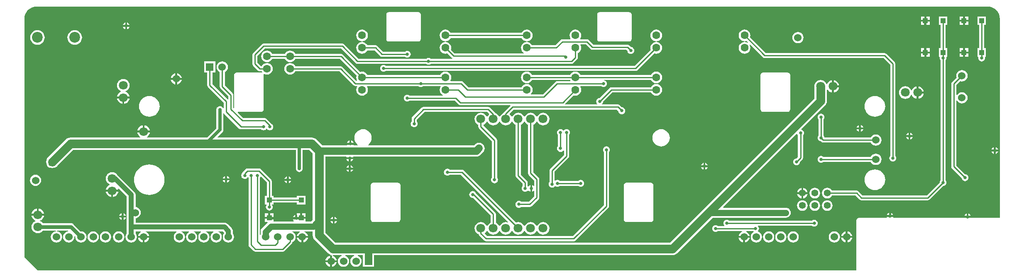
<source format=gtl>
%FSLAX25Y25*%
%MOIN*%
G70*
G01*
G75*
G04 Layer_Physical_Order=1*
G04 Layer_Color=255*
%ADD10R,0.03937X0.03937*%
%ADD11R,0.03937X0.03937*%
%ADD12R,0.03937X0.03937*%
%ADD13R,0.03937X0.03937*%
%ADD14C,0.01000*%
%ADD15C,0.02000*%
%ADD16C,0.06000*%
%ADD17C,0.07000*%
%ADD18C,0.05000*%
%ADD19C,0.02500*%
%ADD20C,0.04000*%
%ADD21C,0.03000*%
%ADD22C,0.07087*%
%ADD23C,0.06300*%
%ADD24C,0.06000*%
%ADD25R,0.06000X0.06000*%
%ADD26C,0.05512*%
%ADD27C,0.08661*%
%ADD28C,0.02500*%
%ADD29C,0.05000*%
G36*
X777372Y214352D02*
X779245Y213783D01*
X780972Y212861D01*
X782485Y211619D01*
X783727Y210106D01*
X784650Y208379D01*
X785218Y206506D01*
X785410Y204558D01*
X785404Y204499D01*
X785370Y204331D01*
Y204328D01*
X785370Y204328D01*
X785370Y204327D01*
Y44337D01*
X762525D01*
X762195Y44713D01*
X762159Y44436D01*
X762146Y44404D01*
X756813D01*
X756800Y44436D01*
X756764Y44713D01*
X756434Y44337D01*
X700021D01*
X699743Y44753D01*
X699866Y45050D01*
X694534D01*
X694657Y44753D01*
X694379Y44337D01*
X672100D01*
X671359Y44190D01*
X670730Y43770D01*
X670310Y43141D01*
X670163Y42400D01*
Y2031D01*
X12652D01*
X2031Y12652D01*
Y205054D01*
X2172Y206484D01*
X2743Y208365D01*
X3669Y210099D01*
X4917Y211619D01*
X6436Y212866D01*
X8170Y213793D01*
X10051Y214363D01*
X11481Y214504D01*
X775194D01*
X775194Y214504D01*
X775194Y214504D01*
X775197D01*
X775365Y214538D01*
X775424Y214544D01*
X777372Y214352D01*
D02*
G37*
%LPC*%
G36*
X626029Y63507D02*
X622586D01*
X622633Y63146D01*
X623062Y62111D01*
X623744Y61221D01*
X624633Y60539D01*
X625668Y60110D01*
X626029Y60063D01*
Y63507D01*
D02*
G37*
G36*
X630973D02*
X627529D01*
Y60063D01*
X627890Y60110D01*
X628926Y60539D01*
X629815Y61221D01*
X630497Y62111D01*
X630926Y63146D01*
X630973Y63507D01*
D02*
G37*
G36*
X646779Y58549D02*
X645669Y58403D01*
X644633Y57974D01*
X643744Y57292D01*
X643062Y56403D01*
X642633Y55368D01*
X642487Y54257D01*
X642633Y53146D01*
X643062Y52110D01*
X643744Y51222D01*
X644633Y50539D01*
X645669Y50111D01*
X646779Y49964D01*
X647891Y50111D01*
X648926Y50539D01*
X649815Y51222D01*
X650497Y52110D01*
X650926Y53146D01*
X651072Y54257D01*
X650926Y55368D01*
X650497Y56403D01*
X649815Y57292D01*
X648926Y57974D01*
X647891Y58403D01*
X646779Y58549D01*
D02*
G37*
G36*
X636779Y68550D02*
X635669Y68403D01*
X634633Y67974D01*
X633744Y67292D01*
X633062Y66403D01*
X632633Y65368D01*
X632487Y64257D01*
X632633Y63146D01*
X633062Y62111D01*
X633744Y61221D01*
X634633Y60539D01*
X635669Y60110D01*
X636779Y59964D01*
X637890Y60110D01*
X638926Y60539D01*
X639815Y61221D01*
X640497Y62111D01*
X640926Y63146D01*
X641072Y64257D01*
X640926Y65368D01*
X640497Y66403D01*
X639815Y67292D01*
X638926Y67974D01*
X637890Y68403D01*
X636779Y68550D01*
D02*
G37*
G36*
X71750Y65408D02*
X67512D01*
X67586Y64841D01*
X68095Y63614D01*
X68903Y62561D01*
X69957Y61752D01*
X71183Y61244D01*
X71750Y61169D01*
Y65408D01*
D02*
G37*
G36*
X102322Y87300D02*
X100403Y87149D01*
X98531Y86700D01*
X96753Y85963D01*
X95112Y84958D01*
X93648Y83708D01*
X92398Y82244D01*
X91393Y80603D01*
X90656Y78825D01*
X90207Y76953D01*
X90056Y75034D01*
X90207Y73115D01*
X90656Y71244D01*
X91393Y69465D01*
X92398Y67824D01*
X93648Y66361D01*
X95112Y65111D01*
X96753Y64105D01*
X98531Y63368D01*
X100403Y62919D01*
X102322Y62768D01*
X104241Y62919D01*
X106112Y63368D01*
X107890Y64105D01*
X109532Y65111D01*
X110995Y66361D01*
X112245Y67824D01*
X113251Y69465D01*
X113988Y71244D01*
X114437Y73115D01*
X114588Y75034D01*
X114437Y76953D01*
X113988Y78825D01*
X113251Y80603D01*
X112245Y82244D01*
X110995Y83708D01*
X109532Y84958D01*
X107890Y85963D01*
X106112Y86700D01*
X104241Y87149D01*
X102322Y87300D01*
D02*
G37*
G36*
X626029Y68451D02*
X625668Y68403D01*
X624633Y67974D01*
X623744Y67292D01*
X623062Y66403D01*
X622633Y65368D01*
X622586Y65007D01*
X626029D01*
Y68451D01*
D02*
G37*
G36*
X77488Y65408D02*
X73250D01*
Y61169D01*
X73817Y61244D01*
X75043Y61752D01*
X76097Y62561D01*
X76905Y63614D01*
X77413Y64841D01*
X77488Y65408D01*
D02*
G37*
G36*
X743221Y206516D02*
X736284D01*
Y199579D01*
X737714D01*
Y180925D01*
X736284D01*
Y173988D01*
X736736D01*
X737065Y173612D01*
X736979Y172957D01*
X737074Y172239D01*
X737351Y171570D01*
X737714Y171097D01*
Y74572D01*
X737351Y74099D01*
X737074Y73431D01*
X736996Y72839D01*
X726652Y62496D01*
X674925D01*
X671722Y65699D01*
X671060Y66141D01*
X670280Y66296D01*
X650541D01*
X650497Y66403D01*
X649815Y67292D01*
X648926Y67974D01*
X647891Y68403D01*
X646779Y68550D01*
X645669Y68403D01*
X644633Y67974D01*
X643744Y67292D01*
X643062Y66403D01*
X642633Y65368D01*
X642487Y64257D01*
X642633Y63146D01*
X643062Y62111D01*
X643744Y61221D01*
X644633Y60539D01*
X645669Y60110D01*
X646779Y59964D01*
X647891Y60110D01*
X648926Y60539D01*
X649815Y61221D01*
X650497Y62111D01*
X650541Y62218D01*
X669435D01*
X672638Y59015D01*
D01*
X672638Y59015D01*
X672638Y59015D01*
D01*
D01*
D01*
X672638Y59015D01*
Y59015D01*
X673300Y58573D01*
X674080Y58417D01*
X727497D01*
X728277Y58573D01*
X728939Y59015D01*
X739880Y69956D01*
X740471Y70033D01*
X741140Y70310D01*
X741714Y70751D01*
X742155Y71326D01*
X742432Y71995D01*
X742527Y72713D01*
X742432Y73431D01*
X742155Y74099D01*
X741792Y74572D01*
Y171097D01*
X742155Y171570D01*
X742432Y172239D01*
X742527Y172957D01*
X742432Y173675D01*
X742642Y173988D01*
X743221D01*
Y180925D01*
X741792D01*
Y199579D01*
X743221D01*
Y206516D01*
D02*
G37*
G36*
X81650Y48066D02*
Y46150D01*
X83566D01*
X83302Y46787D01*
X82861Y47361D01*
X82287Y47802D01*
X81650Y48066D01*
D02*
G37*
G36*
X696450Y48466D02*
X695813Y48202D01*
X695239Y47761D01*
X694798Y47187D01*
X694534Y46550D01*
X696450D01*
Y48466D01*
D02*
G37*
G36*
X760229Y47820D02*
Y45904D01*
X762145D01*
X761881Y46540D01*
X761441Y47115D01*
X760866Y47556D01*
X760229Y47820D01*
D02*
G37*
G36*
X80150Y48066D02*
X79513Y47802D01*
X78939Y47361D01*
X78498Y46787D01*
X78234Y46150D01*
X80150D01*
Y48066D01*
D02*
G37*
G36*
X697950Y48466D02*
Y46550D01*
X699866D01*
X699602Y47187D01*
X699161Y47761D01*
X698587Y48202D01*
X697950Y48466D01*
D02*
G37*
G36*
X626780Y58549D02*
X625668Y58403D01*
X624633Y57974D01*
X623744Y57292D01*
X623062Y56403D01*
X622633Y55368D01*
X622487Y54257D01*
X622633Y53146D01*
X623062Y52110D01*
X623744Y51222D01*
X624633Y50539D01*
X625668Y50111D01*
X626780Y49964D01*
X627890Y50111D01*
X628926Y50539D01*
X629815Y51222D01*
X630497Y52110D01*
X630926Y53146D01*
X631072Y54257D01*
X630926Y55368D01*
X630497Y56403D01*
X629815Y57292D01*
X628926Y57974D01*
X627890Y58403D01*
X626780Y58549D01*
D02*
G37*
G36*
X636779D02*
X635669Y58403D01*
X634633Y57974D01*
X633744Y57292D01*
X633062Y56403D01*
X632633Y55368D01*
X632487Y54257D01*
X632633Y53146D01*
X633062Y52110D01*
X633744Y51222D01*
X634633Y50539D01*
X635669Y50111D01*
X636779Y49964D01*
X637890Y50111D01*
X638926Y50539D01*
X639815Y51222D01*
X640497Y52110D01*
X640926Y53146D01*
X641072Y54257D01*
X640926Y55368D01*
X640497Y56403D01*
X639815Y57292D01*
X638926Y57974D01*
X637890Y58403D01*
X636779Y58549D01*
D02*
G37*
G36*
X12085Y51831D02*
X11518Y51756D01*
X10291Y51248D01*
X9238Y50439D01*
X8429Y49386D01*
X7921Y48159D01*
X7847Y47592D01*
X12085D01*
Y51831D01*
D02*
G37*
G36*
X13585D02*
Y47592D01*
X17823D01*
X17748Y48159D01*
X17240Y49386D01*
X16432Y50439D01*
X15378Y51248D01*
X14151Y51756D01*
X13585Y51831D01*
D02*
G37*
G36*
X262530Y83207D02*
X260614D01*
X260877Y82570D01*
X261318Y81995D01*
X261893Y81555D01*
X262530Y81291D01*
Y83207D01*
D02*
G37*
G36*
X265946D02*
X264030D01*
Y81291D01*
X264667Y81555D01*
X265241Y81995D01*
X265682Y82570D01*
X265946Y83207D01*
D02*
G37*
G36*
X163250Y78123D02*
X162613Y77859D01*
X162039Y77418D01*
X161598Y76844D01*
X161334Y76207D01*
X163250D01*
Y78123D01*
D02*
G37*
G36*
X164750D02*
Y76207D01*
X166666D01*
X166402Y76844D01*
X165961Y77418D01*
X165387Y77859D01*
X164750Y78123D01*
D02*
G37*
G36*
X547288Y85163D02*
X545372D01*
X545636Y84527D01*
X546076Y83952D01*
X546651Y83511D01*
X547288Y83248D01*
Y85163D01*
D02*
G37*
G36*
X264030Y86623D02*
Y84707D01*
X265946D01*
X265682Y85344D01*
X265241Y85918D01*
X264667Y86359D01*
X264030Y86623D01*
D02*
G37*
G36*
X547288Y88579D02*
X546651Y88316D01*
X546076Y87875D01*
X545636Y87300D01*
X545372Y86664D01*
X547288D01*
Y88579D01*
D02*
G37*
G36*
X550704Y85163D02*
X548788D01*
Y83248D01*
X549425Y83511D01*
X549999Y83952D01*
X550440Y84527D01*
X550704Y85163D01*
D02*
G37*
G36*
X262530Y86623D02*
X261893Y86359D01*
X261318Y85918D01*
X260877Y85344D01*
X260614Y84707D01*
X262530D01*
Y86623D01*
D02*
G37*
G36*
X11000Y79039D02*
X9825Y78884D01*
X8731Y78431D01*
X7791Y77710D01*
X7069Y76770D01*
X6616Y75675D01*
X6461Y74500D01*
X6616Y73325D01*
X7069Y72231D01*
X7791Y71291D01*
X8731Y70569D01*
X9825Y70116D01*
X11000Y69961D01*
X12175Y70116D01*
X13269Y70569D01*
X14209Y71291D01*
X14931Y72231D01*
X15384Y73325D01*
X15539Y74500D01*
X15384Y75675D01*
X14931Y76770D01*
X14209Y77710D01*
X13269Y78431D01*
X12175Y78884D01*
X11000Y79039D01*
D02*
G37*
G36*
X212850Y74150D02*
X210934D01*
X211198Y73513D01*
X211639Y72939D01*
X212213Y72498D01*
X212850Y72234D01*
Y74150D01*
D02*
G37*
G36*
X627529Y68451D02*
Y65007D01*
X630973D01*
X630926Y65368D01*
X630497Y66403D01*
X629815Y67292D01*
X628926Y67974D01*
X627890Y68403D01*
X627529Y68451D01*
D02*
G37*
G36*
X684999Y83366D02*
X683374Y83205D01*
X681811Y82731D01*
X680370Y81962D01*
X679108Y80925D01*
X678072Y79663D01*
X677302Y78223D01*
X676828Y76660D01*
X676667Y75034D01*
X676828Y73409D01*
X677302Y71846D01*
X678072Y70405D01*
X679108Y69143D01*
X680370Y68107D01*
X681811Y67337D01*
X683374Y66863D01*
X684999Y66703D01*
X686624Y66863D01*
X688187Y67337D01*
X689628Y68107D01*
X690890Y69143D01*
X691926Y70405D01*
X692696Y71846D01*
X693170Y73409D01*
X693330Y75034D01*
X693170Y76660D01*
X692696Y78223D01*
X691926Y79663D01*
X690890Y80925D01*
X689628Y81962D01*
X688187Y82731D01*
X686624Y83205D01*
X684999Y83366D01*
D02*
G37*
G36*
X216266Y74150D02*
X214350D01*
Y72234D01*
X214987Y72498D01*
X215561Y72939D01*
X216002Y73513D01*
X216266Y74150D01*
D02*
G37*
G36*
X212850Y77566D02*
X212213Y77302D01*
X211639Y76861D01*
X211198Y76287D01*
X210934Y75650D01*
X212850D01*
Y77566D01*
D02*
G37*
G36*
X214350D02*
Y75650D01*
X216266D01*
X216002Y76287D01*
X215561Y76861D01*
X214987Y77302D01*
X214350Y77566D01*
D02*
G37*
G36*
X163250Y74707D02*
X161334D01*
X161598Y74070D01*
X162039Y73496D01*
X162613Y73055D01*
X163250Y72791D01*
Y74707D01*
D02*
G37*
G36*
X166666D02*
X164750D01*
Y72791D01*
X165387Y73055D01*
X165961Y73496D01*
X166402Y74070D01*
X166666Y74707D01*
D02*
G37*
G36*
X758729Y47820D02*
X758092Y47556D01*
X757518Y47115D01*
X757077Y46540D01*
X756813Y45904D01*
X758729D01*
Y47820D01*
D02*
G37*
G36*
X652500Y33539D02*
X651325Y33384D01*
X650231Y32931D01*
X649291Y32210D01*
X648569Y31269D01*
X648116Y30175D01*
X647961Y29000D01*
X648116Y27825D01*
X648569Y26731D01*
X649291Y25791D01*
X650231Y25069D01*
X651325Y24616D01*
X652500Y24461D01*
X653675Y24616D01*
X654770Y25069D01*
X655710Y25791D01*
X656431Y26731D01*
X656884Y27825D01*
X657039Y29000D01*
X656884Y30175D01*
X656431Y31269D01*
X655710Y32210D01*
X654770Y32931D01*
X653675Y33384D01*
X652500Y33539D01*
D02*
G37*
G36*
X97030Y28250D02*
X93339D01*
X93395Y27825D01*
X93849Y26730D01*
X94570Y25791D01*
X95510Y25069D01*
X96605Y24616D01*
X97030Y24560D01*
Y28250D01*
D02*
G37*
G36*
X609528Y33539D02*
X608353Y33384D01*
X607258Y32931D01*
X606318Y32210D01*
X605597Y31269D01*
X605143Y30175D01*
X604989Y29000D01*
X605143Y27825D01*
X605597Y26731D01*
X606318Y25791D01*
X607258Y25069D01*
X608353Y24616D01*
X609528Y24461D01*
X610702Y24616D01*
X611797Y25069D01*
X612737Y25791D01*
X613458Y26731D01*
X613912Y27825D01*
X614066Y29000D01*
X613912Y30175D01*
X613458Y31269D01*
X612737Y32210D01*
X611797Y32931D01*
X610702Y33384D01*
X609528Y33539D01*
D02*
G37*
G36*
X619370D02*
X618195Y33384D01*
X617101Y32931D01*
X616161Y32210D01*
X615439Y31269D01*
X614986Y30175D01*
X614831Y29000D01*
X614986Y27825D01*
X615439Y26731D01*
X616161Y25791D01*
X617101Y25069D01*
X618195Y24616D01*
X619370Y24461D01*
X620545Y24616D01*
X621639Y25069D01*
X622580Y25791D01*
X623301Y26731D01*
X623754Y27825D01*
X623909Y29000D01*
X623754Y30175D01*
X623301Y31269D01*
X622580Y32210D01*
X621639Y32931D01*
X620545Y33384D01*
X619370Y33539D01*
D02*
G37*
G36*
X102220Y28250D02*
X98529D01*
Y24560D01*
X98954Y24616D01*
X100049Y25069D01*
X100989Y25791D01*
X101710Y26730D01*
X102164Y27825D01*
X102220Y28250D01*
D02*
G37*
G36*
X579250Y28250D02*
X575560D01*
X575616Y27825D01*
X576069Y26731D01*
X576791Y25791D01*
X577731Y25069D01*
X578825Y24616D01*
X579250Y24560D01*
Y28250D01*
D02*
G37*
G36*
X584440D02*
X580750D01*
Y24560D01*
X581175Y24616D01*
X582269Y25069D01*
X583210Y25791D01*
X583931Y26731D01*
X584384Y27825D01*
X584440Y28250D01*
D02*
G37*
G36*
X224482D02*
X220792D01*
X220848Y27825D01*
X221302Y26731D01*
X222023Y25791D01*
X222963Y25069D01*
X224058Y24616D01*
X224482Y24560D01*
Y28250D01*
D02*
G37*
G36*
X229672D02*
X225982D01*
Y24560D01*
X226407Y24616D01*
X227502Y25069D01*
X228442Y25791D01*
X229163Y26731D01*
X229616Y27825D01*
X229672Y28250D01*
D02*
G37*
G36*
X247530Y13897D02*
X247105Y13841D01*
X246010Y13387D01*
X245070Y12666D01*
X244349Y11726D01*
X243895Y10632D01*
X243840Y10207D01*
X247530D01*
Y13897D01*
D02*
G37*
G36*
X17823Y46092D02*
X7847D01*
X7921Y45526D01*
X8429Y44299D01*
X9238Y43246D01*
X10291Y42437D01*
X10933Y42171D01*
Y41671D01*
X10291Y41405D01*
X9238Y40597D01*
X8429Y39543D01*
X7921Y38317D01*
X7748Y37000D01*
X7921Y35683D01*
X8429Y34457D01*
X9238Y33403D01*
X10291Y32595D01*
X11518Y32087D01*
X12835Y31913D01*
X14151Y32087D01*
X15378Y32595D01*
X16432Y33403D01*
X16870Y33974D01*
X27264D01*
X27297Y33475D01*
X26605Y33384D01*
X25510Y32931D01*
X24570Y32209D01*
X23849Y31269D01*
X23395Y30175D01*
X23241Y29000D01*
X23395Y27825D01*
X23849Y26730D01*
X24570Y25791D01*
X25510Y25069D01*
X26605Y24616D01*
X27779Y24461D01*
X28954Y24616D01*
X30049Y25069D01*
X30989Y25791D01*
X31710Y26730D01*
X32164Y27825D01*
X32318Y29000D01*
X32164Y30175D01*
X31710Y31269D01*
X30989Y32209D01*
X30049Y32931D01*
X28954Y33384D01*
X28262Y33475D01*
X28295Y33974D01*
X37107D01*
X37139Y33475D01*
X36447Y33384D01*
X35353Y32931D01*
X34413Y32209D01*
X33691Y31269D01*
X33238Y30175D01*
X33083Y29000D01*
X33238Y27825D01*
X33691Y26730D01*
X34413Y25791D01*
X35353Y25069D01*
X36447Y24616D01*
X37622Y24461D01*
X38797Y24616D01*
X39891Y25069D01*
X40832Y25791D01*
X41553Y26730D01*
X42006Y27825D01*
X42161Y29000D01*
X42107Y29408D01*
X42555Y29630D01*
X42956Y29229D01*
X42926Y29000D01*
X43080Y27825D01*
X43534Y26730D01*
X44255Y25791D01*
X45195Y25069D01*
X46290Y24616D01*
X47465Y24461D01*
X48639Y24616D01*
X49734Y25069D01*
X50674Y25791D01*
X51395Y26730D01*
X51849Y27825D01*
X52003Y29000D01*
X51849Y30175D01*
X51395Y31269D01*
X50674Y32209D01*
X49734Y32931D01*
X48639Y33384D01*
X47465Y33539D01*
X47235Y33509D01*
X41604Y39140D01*
X40977Y39621D01*
X40764Y39709D01*
X40248Y39923D01*
X39465Y40026D01*
X16870D01*
X16432Y40597D01*
X15378Y41405D01*
X14151Y41914D01*
X15378Y42437D01*
X15378D01*
D01*
D01*
D01*
X15378Y42437D01*
X16432Y43246D01*
X17240Y44299D01*
X17748Y45526D01*
X17823Y46092D01*
D02*
G37*
G36*
X247530Y8707D02*
X243840D01*
X243895Y8282D01*
X244349Y7187D01*
X245070Y6247D01*
X246010Y5526D01*
X247105Y5073D01*
X247530Y5017D01*
Y8707D01*
D02*
G37*
G36*
X252720D02*
X249030D01*
Y5017D01*
X249454Y5073D01*
X250549Y5526D01*
X251489Y6247D01*
X252210Y7187D01*
X252664Y8282D01*
X252720Y8707D01*
D02*
G37*
G36*
X57307Y33539D02*
X56132Y33384D01*
X55038Y32931D01*
X54098Y32209D01*
X53376Y31269D01*
X52923Y30175D01*
X52768Y29000D01*
X52923Y27825D01*
X53376Y26730D01*
X54098Y25791D01*
X55038Y25069D01*
X56132Y24616D01*
X57307Y24461D01*
X58482Y24616D01*
X59576Y25069D01*
X60517Y25791D01*
X61238Y26730D01*
X61691Y27825D01*
X61846Y29000D01*
X61691Y30175D01*
X61238Y31269D01*
X60517Y32209D01*
X59576Y32931D01*
X58482Y33384D01*
X57307Y33539D01*
D02*
G37*
G36*
X72500Y81087D02*
X71183Y80914D01*
X69957Y80405D01*
X68903Y79597D01*
X68095Y78543D01*
X67586Y77317D01*
X67413Y76000D01*
X67586Y74683D01*
X68095Y73457D01*
X68903Y72403D01*
X69957Y71595D01*
X70599Y71329D01*
Y70829D01*
X69957Y70563D01*
X68903Y69754D01*
X68095Y68701D01*
X67586Y67474D01*
X67512Y66908D01*
X77488D01*
X77413Y67474D01*
X77268Y67826D01*
X77684Y68103D01*
X84249Y61538D01*
Y31791D01*
X83849Y31269D01*
X83395Y30175D01*
X83241Y29000D01*
X83395Y27825D01*
X83849Y26730D01*
X84570Y25791D01*
X85510Y25069D01*
X86605Y24616D01*
X87779Y24461D01*
X88954Y24616D01*
X90049Y25069D01*
X90989Y25791D01*
X91710Y26730D01*
X92164Y27825D01*
X92318Y29000D01*
X92164Y30175D01*
X91710Y31269D01*
X91310Y31791D01*
Y33470D01*
X95530D01*
X95628Y32979D01*
X95510Y32931D01*
X94570Y32209D01*
X93849Y31269D01*
X93395Y30175D01*
X93339Y29750D01*
X102220D01*
X102164Y30175D01*
X101710Y31269D01*
X100989Y32209D01*
X100049Y32931D01*
X98983Y33372D01*
Y33372D01*
X98983D01*
D01*
D01*
X98983D01*
X98954Y33384D01*
Y33384D01*
X98960Y33470D01*
X124250D01*
X124348Y32979D01*
X124231Y32931D01*
X123291Y32209D01*
X122569Y31269D01*
X122116Y30175D01*
X121961Y29000D01*
X122116Y27825D01*
X122569Y26731D01*
X123291Y25791D01*
X124231Y25069D01*
X125325Y24616D01*
X126500Y24461D01*
X127675Y24616D01*
X128769Y25069D01*
X129709Y25791D01*
X130431Y26731D01*
X130884Y27825D01*
X131039Y29000D01*
X130884Y30175D01*
X130431Y31269D01*
X129709Y32209D01*
X128769Y32931D01*
X127703Y33372D01*
Y33372D01*
X127703D01*
D01*
D01*
X127703D01*
X127675Y33384D01*
Y33384D01*
X127680Y33470D01*
X134093D01*
X134190Y32979D01*
X134073Y32931D01*
X133133Y32209D01*
X132412Y31269D01*
X131958Y30175D01*
X131804Y29000D01*
X131958Y27825D01*
X132412Y26731D01*
X133133Y25791D01*
X134073Y25069D01*
X135168Y24616D01*
X136343Y24461D01*
X137517Y24616D01*
X138612Y25069D01*
X139552Y25791D01*
X140273Y26731D01*
X140727Y27825D01*
X140881Y29000D01*
X140727Y30175D01*
X140273Y31269D01*
X139552Y32209D01*
X138612Y32931D01*
X137546Y33372D01*
Y33372D01*
X137546D01*
D01*
D01*
X137546D01*
X137517Y33384D01*
Y33384D01*
X137523Y33470D01*
X143936D01*
X144033Y32979D01*
X143916Y32931D01*
X142975Y32209D01*
X142254Y31269D01*
X141801Y30175D01*
X141646Y29000D01*
X141801Y27825D01*
X142254Y26731D01*
X142975Y25791D01*
X143916Y25069D01*
X145010Y24616D01*
X146185Y24461D01*
X147360Y24616D01*
X148454Y25069D01*
X149394Y25791D01*
X150116Y26731D01*
X150569Y27825D01*
X150724Y29000D01*
X150569Y30175D01*
X150116Y31269D01*
X149394Y32209D01*
X148454Y32931D01*
X147389Y33372D01*
Y33372D01*
X147389D01*
D01*
D01*
X147389D01*
X147360Y33384D01*
Y33384D01*
X147365Y33470D01*
X153778D01*
X153876Y32979D01*
X153758Y32931D01*
X152818Y32209D01*
X152097Y31269D01*
X151643Y30175D01*
X151489Y29000D01*
X151643Y27825D01*
X152097Y26731D01*
X152818Y25791D01*
X153758Y25069D01*
X154853Y24616D01*
X156027Y24461D01*
X157202Y24616D01*
X158297Y25069D01*
X159237Y25791D01*
X159958Y26731D01*
X160412Y27825D01*
X160566Y29000D01*
X160412Y30175D01*
X159958Y31269D01*
X159237Y32209D01*
X158297Y32931D01*
X157231Y33372D01*
Y33372D01*
X157231D01*
D01*
D01*
X157231D01*
X157202Y33384D01*
Y33384D01*
X157208Y33470D01*
X161187D01*
X162340Y32317D01*
Y31791D01*
X161939Y31269D01*
X161486Y30175D01*
X161331Y29000D01*
X161486Y27825D01*
X161939Y26731D01*
X162661Y25791D01*
X163601Y25069D01*
X164695Y24616D01*
X165870Y24461D01*
X167045Y24616D01*
X168139Y25069D01*
X169079Y25791D01*
X169801Y26731D01*
X170254Y27825D01*
X170409Y29000D01*
X170254Y30175D01*
X169801Y31269D01*
X169400Y31791D01*
Y33780D01*
X169280Y34693D01*
X168927Y35545D01*
X168366Y36276D01*
X165146Y39496D01*
X164415Y40057D01*
X163563Y40410D01*
X162650Y40530D01*
X91310D01*
Y44002D01*
X92175Y44116D01*
X93269Y44569D01*
X94209Y45291D01*
X94931Y46231D01*
X95384Y47325D01*
X95539Y48500D01*
X95384Y49675D01*
X94931Y50770D01*
X94209Y51710D01*
X93269Y52431D01*
X92175Y52884D01*
X91310Y52998D01*
Y63000D01*
X91189Y63914D01*
X90837Y64765D01*
X90276Y65496D01*
X77276Y78496D01*
X76545Y79057D01*
X76495Y79078D01*
X76097Y79597D01*
X75043Y80405D01*
X73817Y80914D01*
X72500Y81087D01*
D02*
G37*
G36*
X599685Y33539D02*
X598510Y33384D01*
X597416Y32931D01*
X596476Y32210D01*
X595754Y31269D01*
X595301Y30175D01*
X595146Y29000D01*
X595301Y27825D01*
X595754Y26731D01*
X596476Y25791D01*
X597416Y25069D01*
X598510Y24616D01*
X599685Y24461D01*
X600860Y24616D01*
X601955Y25069D01*
X602894Y25791D01*
X603616Y26731D01*
X604069Y27825D01*
X604224Y29000D01*
X604069Y30175D01*
X603616Y31269D01*
X602894Y32210D01*
X601955Y32931D01*
X600860Y33384D01*
X599685Y33539D01*
D02*
G37*
G36*
X67150Y33539D02*
X65975Y33384D01*
X64880Y32931D01*
X63940Y32209D01*
X63219Y31269D01*
X62765Y30175D01*
X62611Y29000D01*
X62765Y27825D01*
X63219Y26730D01*
X63940Y25791D01*
X64880Y25069D01*
X65975Y24616D01*
X67150Y24461D01*
X68324Y24616D01*
X69419Y25069D01*
X70359Y25791D01*
X71080Y26730D01*
X71534Y27825D01*
X71688Y29000D01*
X71534Y30175D01*
X71080Y31269D01*
X70359Y32209D01*
X69419Y32931D01*
X68324Y33384D01*
X67150Y33539D01*
D02*
G37*
G36*
X77780D02*
X76605Y33384D01*
X75510Y32931D01*
X74570Y32209D01*
X73849Y31269D01*
X73395Y30175D01*
X73241Y29000D01*
X73395Y27825D01*
X73849Y26730D01*
X74570Y25791D01*
X75510Y25069D01*
X76605Y24616D01*
X77780Y24461D01*
X78954Y24616D01*
X80049Y25069D01*
X80989Y25791D01*
X81710Y26730D01*
X82164Y27825D01*
X82318Y29000D01*
X82164Y30175D01*
X81710Y31269D01*
X80989Y32209D01*
X80049Y32931D01*
X78954Y33384D01*
X77780Y33539D01*
D02*
G37*
G36*
X83566Y44650D02*
X81650D01*
Y42734D01*
X82287Y42998D01*
X82861Y43439D01*
X83302Y44013D01*
X83566Y44650D01*
D02*
G37*
G36*
X249750Y45166D02*
X249113Y44902D01*
X248539Y44461D01*
X248098Y43887D01*
X247834Y43250D01*
X249750D01*
Y45166D01*
D02*
G37*
G36*
X636279Y42774D02*
X635562Y42679D01*
X634893Y42402D01*
X634420Y42039D01*
X568042D01*
X567592Y42385D01*
X566923Y42662D01*
X566205Y42756D01*
X565487Y42662D01*
X564818Y42385D01*
X564244Y41944D01*
X563803Y41369D01*
X563526Y40701D01*
X563431Y39983D01*
X563526Y39265D01*
X563803Y38596D01*
X564102Y38205D01*
X563881Y37757D01*
X559065D01*
X558592Y38120D01*
X557923Y38397D01*
X557205Y38491D01*
X556487Y38397D01*
X555818Y38120D01*
X555243Y37679D01*
X554803Y37104D01*
X554526Y36435D01*
X554431Y35718D01*
X554526Y35000D01*
X554803Y34331D01*
X555243Y33756D01*
X555818Y33315D01*
X556487Y33038D01*
X557205Y32944D01*
X557923Y33038D01*
X558592Y33315D01*
X559065Y33678D01*
X578254D01*
X578351Y33188D01*
X577731Y32931D01*
X576791Y32210D01*
X576069Y31269D01*
X575616Y30175D01*
X575560Y29750D01*
X584440D01*
X584384Y30175D01*
X583931Y31269D01*
X583210Y32210D01*
X582269Y32931D01*
X581649Y33188D01*
X581746Y33678D01*
X587314D01*
X587643Y33302D01*
X587596Y32940D01*
X587573Y32931D01*
X586633Y32210D01*
X585912Y31269D01*
X585458Y30175D01*
X585304Y29000D01*
X585458Y27825D01*
X585912Y26731D01*
X586633Y25791D01*
X587573Y25069D01*
X588668Y24616D01*
X589843Y24461D01*
X591017Y24616D01*
X592112Y25069D01*
X593052Y25791D01*
X593773Y26731D01*
X594227Y27825D01*
X594381Y29000D01*
X594227Y30175D01*
X593773Y31269D01*
X593052Y32210D01*
X592112Y32931D01*
X591017Y33384D01*
X590960Y33598D01*
X591166Y33756D01*
X591607Y34331D01*
X591884Y35000D01*
X591979Y35718D01*
X591884Y36435D01*
X591607Y37104D01*
X591166Y37679D01*
X591262Y37961D01*
X634420D01*
X634893Y37598D01*
X635562Y37321D01*
X636279Y37226D01*
X636997Y37321D01*
X637666Y37598D01*
X638241Y38039D01*
X638682Y38613D01*
X638959Y39282D01*
X639053Y40000D01*
X638959Y40718D01*
X638682Y41387D01*
X638241Y41962D01*
X637666Y42402D01*
X636997Y42679D01*
X636279Y42774D01*
D02*
G37*
G36*
X80150Y44650D02*
X78234D01*
X78498Y44013D01*
X78939Y43439D01*
X79513Y42998D01*
X80150Y42734D01*
Y44650D01*
D02*
G37*
G36*
X251250Y45166D02*
Y43250D01*
X253166D01*
X252902Y43887D01*
X252461Y44461D01*
X251887Y44902D01*
X251250Y45166D01*
D02*
G37*
G36*
X202157Y47925D02*
X199439D01*
Y45207D01*
X202157D01*
Y47925D01*
D02*
G37*
G36*
X227748D02*
X225030D01*
Y45207D01*
X227748D01*
Y47925D01*
D02*
G37*
G36*
X219530Y46623D02*
X218893Y46359D01*
X218318Y45918D01*
X217878Y45344D01*
X217614Y44707D01*
X219530D01*
Y46623D01*
D02*
G37*
G36*
X197939Y47925D02*
X195220D01*
Y45207D01*
X197939D01*
Y47925D01*
D02*
G37*
G36*
X661593Y33440D02*
X661168Y33384D01*
X660073Y32931D01*
X659133Y32210D01*
X658412Y31269D01*
X657958Y30175D01*
X657902Y29750D01*
X661593D01*
Y33440D01*
D02*
G37*
G36*
X663093D02*
Y29750D01*
X666783D01*
X666727Y30175D01*
X666273Y31269D01*
X665552Y32210D01*
X664612Y32931D01*
X663517Y33384D01*
X663093Y33440D01*
D02*
G37*
G36*
X661593Y28250D02*
X657902D01*
X657958Y27825D01*
X658412Y26731D01*
X659133Y25791D01*
X660073Y25069D01*
X661168Y24616D01*
X661593Y24560D01*
Y28250D01*
D02*
G37*
G36*
X666783D02*
X663093D01*
Y24560D01*
X663517Y24616D01*
X664612Y25069D01*
X665552Y25791D01*
X666273Y26731D01*
X666727Y27825D01*
X666783Y28250D01*
D02*
G37*
G36*
X469467Y101930D02*
X468750Y101836D01*
X468081Y101559D01*
X467506Y101118D01*
X467065Y100543D01*
X466788Y99875D01*
X466694Y99157D01*
X466788Y98439D01*
X467065Y97770D01*
X467428Y97297D01*
Y54601D01*
X442423Y29596D01*
X373612D01*
X371723Y31485D01*
X371756Y31984D01*
X372204Y32328D01*
X373012Y33382D01*
X373357Y34214D01*
X373857D01*
X374202Y33382D01*
X375010Y32328D01*
X376064Y31520D01*
X377291Y31012D01*
X378607Y30838D01*
X379924Y31012D01*
X381151Y31520D01*
X382204Y32328D01*
X383012Y33382D01*
X383357Y34214D01*
X383857D01*
X384202Y33382D01*
X385010Y32328D01*
X386064Y31520D01*
X387291Y31012D01*
X388607Y30838D01*
X389924Y31012D01*
X391150Y31520D01*
X392204Y32328D01*
X393012Y33382D01*
X393357Y34214D01*
X393857D01*
X394202Y33382D01*
X395010Y32328D01*
X396064Y31520D01*
X397290Y31012D01*
X398607Y30838D01*
X399924Y31012D01*
X401151Y31520D01*
X402204Y32328D01*
X403012Y33382D01*
X403357Y34214D01*
X403857D01*
X404202Y33382D01*
X405010Y32328D01*
X406064Y31520D01*
X407291Y31012D01*
X408607Y30838D01*
X409924Y31012D01*
X411151Y31520D01*
X412204Y32328D01*
X413012Y33382D01*
X413357Y34214D01*
X413857D01*
X414202Y33382D01*
X415010Y32328D01*
X416064Y31520D01*
X417290Y31012D01*
X418607Y30838D01*
X419924Y31012D01*
X421150Y31520D01*
X422204Y32328D01*
X423012Y33382D01*
X423521Y34609D01*
X423694Y35925D01*
X423521Y37242D01*
X423012Y38469D01*
X422204Y39522D01*
X421150Y40330D01*
X419924Y40839D01*
X418607Y41012D01*
X417290Y40839D01*
X416064Y40330D01*
X415010Y39522D01*
X414202Y38469D01*
X413857Y37637D01*
X413357D01*
X413012Y38469D01*
X412204Y39522D01*
X411151Y40330D01*
X409924Y40839D01*
X408607Y41012D01*
X407291Y40839D01*
X406064Y40330D01*
X405010Y39522D01*
X404202Y38469D01*
X403857Y37637D01*
X403357D01*
X403012Y38469D01*
X402204Y39522D01*
X401151Y40330D01*
X399924Y40839D01*
X398607Y41012D01*
X397290Y40839D01*
X396786Y40630D01*
X354817Y82599D01*
X354156Y83041D01*
X353376Y83196D01*
X343527D01*
X343054Y83559D01*
X342385Y83836D01*
X341668Y83930D01*
X340950Y83836D01*
X340281Y83559D01*
X339706Y83118D01*
X339265Y82544D01*
X338988Y81875D01*
X338894Y81157D01*
X338988Y80439D01*
X339265Y79770D01*
X339706Y79195D01*
X340281Y78755D01*
X340950Y78478D01*
X341668Y78383D01*
X342385Y78478D01*
X343054Y78755D01*
X343527Y79118D01*
X352531D01*
X390530Y41118D01*
X390252Y40703D01*
X389924Y40839D01*
X388607Y41012D01*
X387291Y40839D01*
X386064Y40330D01*
X385010Y39522D01*
X384202Y38469D01*
X383857Y37637D01*
X383357D01*
X383012Y38469D01*
X382204Y39522D01*
X381151Y40330D01*
X380646Y40539D01*
Y47217D01*
X380491Y47998D01*
X380049Y48659D01*
X380049Y48659D01*
X380049D01*
D01*
X380049Y48659D01*
Y48659D01*
X364649Y64060D01*
X364448Y64543D01*
X364007Y65118D01*
X363433Y65559D01*
X362764Y65836D01*
X362046Y65930D01*
X361328Y65836D01*
X360659Y65559D01*
X360085Y65118D01*
X359644Y64543D01*
X359367Y63875D01*
X359272Y63157D01*
X359367Y62439D01*
X359644Y61770D01*
X360085Y61195D01*
X360659Y60755D01*
X361328Y60477D01*
X362046Y60383D01*
X362498Y60442D01*
X376568Y46373D01*
Y40539D01*
X376064Y40330D01*
X375010Y39522D01*
X374202Y38469D01*
X373857Y37637D01*
X373357D01*
X373012Y38469D01*
X372204Y39522D01*
X371150Y40330D01*
X369924Y40839D01*
X368607Y41012D01*
X367290Y40839D01*
X366064Y40330D01*
X365010Y39522D01*
X364202Y38469D01*
X363694Y37242D01*
X363520Y35925D01*
X363694Y34609D01*
X364202Y33382D01*
X365010Y32328D01*
X366064Y31520D01*
X366656Y31275D01*
X366673Y31188D01*
X366723Y30937D01*
X367165Y30275D01*
X371326Y26115D01*
D01*
X371326Y26115D01*
X371326Y26115D01*
D01*
D01*
D01*
X371326Y26115D01*
Y26115D01*
X371987Y25673D01*
X372767Y25517D01*
X443267D01*
X444048Y25673D01*
X444709Y26115D01*
X470909Y52315D01*
X471351Y52976D01*
X471507Y53757D01*
D01*
D01*
D01*
D01*
D01*
X471507D01*
D01*
D01*
D01*
D01*
Y53757D01*
X471507D01*
D01*
Y53757D01*
D01*
D01*
D01*
D01*
D01*
D01*
D01*
D01*
D01*
D01*
D01*
D01*
Y53757D01*
D01*
X471507D01*
D01*
D01*
D01*
D01*
X471507Y53757D01*
Y97297D01*
X471870Y97770D01*
X472147Y98439D01*
X472241Y99157D01*
X472147Y99875D01*
X471870Y100543D01*
X471429Y101118D01*
X470854Y101559D01*
X470185Y101836D01*
X469467Y101930D01*
D02*
G37*
G36*
X485393Y72621D02*
X484612Y72466D01*
X483951Y72024D01*
X483509Y71362D01*
X483353Y70582D01*
Y43023D01*
X483509Y42243D01*
X483951Y41581D01*
X484612Y41139D01*
X485393Y40984D01*
X485433Y40992D01*
X505078D01*
X505855Y41146D01*
X506514Y41587D01*
X506954Y42246D01*
X507109Y43023D01*
Y70582D01*
X506954Y71359D01*
X506514Y72018D01*
X505855Y72458D01*
X505078Y72613D01*
X485433D01*
X485393Y72621D01*
D02*
G37*
G36*
X301928Y72613D02*
X282243D01*
X281466Y72458D01*
X280807Y72018D01*
X280366Y71359D01*
X280212Y70582D01*
Y43023D01*
X280212Y43023D01*
X280212D01*
X280366Y42246D01*
X280807Y41587D01*
X281466Y41146D01*
X282243Y40992D01*
X301928D01*
X302706Y41146D01*
X303364Y41587D01*
X303805Y42246D01*
X303959Y43023D01*
Y70582D01*
X303805Y71359D01*
X303364Y72018D01*
X302706Y72458D01*
X301928Y72613D01*
D02*
G37*
G36*
X249750Y41750D02*
X247834D01*
X248098Y41113D01*
X248539Y40539D01*
X249113Y40098D01*
X249750Y39834D01*
Y41750D01*
D02*
G37*
G36*
X253166D02*
X251250D01*
Y39834D01*
X251887Y40098D01*
X252461Y40539D01*
X252902Y41113D01*
X253166Y41750D01*
D02*
G37*
G36*
X729048Y180925D02*
X726330D01*
Y178207D01*
X729048D01*
Y180925D01*
D02*
G37*
G36*
X755829Y180925D02*
X753111D01*
Y178207D01*
X755829D01*
Y180925D01*
D02*
G37*
G36*
X509449Y185911D02*
X508235Y185751D01*
X507104Y185282D01*
X506132Y184537D01*
X505387Y183565D01*
X504918Y182434D01*
X504759Y181220D01*
X504918Y180007D01*
X505045Y179701D01*
X492040Y166696D01*
X292367D01*
X291894Y167059D01*
X291225Y167336D01*
X290507Y167430D01*
X289789Y167336D01*
X289120Y167059D01*
X288546Y166618D01*
X288105Y166043D01*
X287828Y165375D01*
X287733Y164657D01*
X287828Y163939D01*
X288105Y163270D01*
X288546Y162695D01*
X289120Y162255D01*
X289789Y161977D01*
X290507Y161883D01*
X291225Y161977D01*
X291894Y162255D01*
X292367Y162618D01*
X492885D01*
X493665Y162773D01*
X494327Y163215D01*
Y163215D01*
X494327D01*
D01*
D01*
D01*
D01*
D01*
D01*
X494327D01*
D01*
X494327D01*
Y163215D01*
D01*
D01*
D01*
D01*
Y163215D01*
D01*
D01*
D01*
D01*
D01*
D01*
Y163215D01*
D01*
D01*
X494327D01*
D01*
D01*
D01*
D01*
X507929Y176817D01*
X508235Y176690D01*
X509449Y176530D01*
X510663Y176690D01*
X511794Y177159D01*
X512765Y177904D01*
X513511Y178875D01*
X513979Y180007D01*
X514139Y181220D01*
X513979Y182434D01*
X513511Y183565D01*
X512765Y184537D01*
X511794Y185282D01*
X510663Y185751D01*
X509449Y185911D01*
D02*
G37*
G36*
X724830Y180925D02*
X722111D01*
Y178207D01*
X724830D01*
Y180925D01*
D02*
G37*
G36*
X760048Y180925D02*
X757329D01*
Y178207D01*
X760048D01*
Y180925D01*
D02*
G37*
G36*
X42421Y195459D02*
X41278Y195346D01*
X40179Y195013D01*
X39166Y194472D01*
X38278Y193743D01*
X37550Y192855D01*
X37008Y191842D01*
X36675Y190743D01*
X36562Y189600D01*
X36675Y188457D01*
X37008Y187358D01*
X37550Y186345D01*
X38278Y185457D01*
X39166Y184729D01*
X40179Y184187D01*
X41278Y183854D01*
X42421Y183741D01*
X43564Y183854D01*
X44663Y184187D01*
X45676Y184729D01*
X46564Y185457D01*
X47293Y186345D01*
X47834Y187358D01*
X48168Y188457D01*
X48280Y189600D01*
X48168Y190743D01*
X47834Y191842D01*
X47293Y192855D01*
X46564Y193743D01*
X45676Y194472D01*
X44663Y195013D01*
X43564Y195346D01*
X42421Y195459D01*
D02*
G37*
G36*
X623224Y193996D02*
X622050Y193841D01*
X620955Y193387D01*
X620015Y192666D01*
X619294Y191726D01*
X618840Y190631D01*
X618686Y189457D01*
X618840Y188282D01*
X619294Y187187D01*
X620015Y186247D01*
X620955Y185526D01*
X622050Y185073D01*
X623224Y184918D01*
X624399Y185073D01*
X625494Y185526D01*
X626434Y186247D01*
X627155Y187187D01*
X627609Y188282D01*
X627763Y189457D01*
X627609Y190631D01*
X627155Y191726D01*
X626434Y192666D01*
X625494Y193387D01*
X624399Y193841D01*
X623224Y193996D01*
D02*
G37*
G36*
X444488Y195911D02*
X443274Y195751D01*
X442143Y195282D01*
X441172Y194537D01*
X440426Y193565D01*
X439958Y192434D01*
X439798Y191220D01*
X439958Y190007D01*
X440426Y188875D01*
X440604Y188644D01*
X440383Y188196D01*
X434067D01*
X433287Y188041D01*
X432626Y187599D01*
X428287Y183260D01*
X409700D01*
X409574Y183565D01*
X408828Y184537D01*
X407857Y185282D01*
X406726Y185751D01*
X405512Y185911D01*
X404298Y185751D01*
X403167Y185282D01*
X402195Y184537D01*
X401450Y183565D01*
X400982Y182434D01*
X400822Y181220D01*
X400982Y180007D01*
X401450Y178875D01*
X402195Y177904D01*
X403153Y177169D01*
X402992Y176696D01*
X347566D01*
X344561Y179701D01*
X344688Y180007D01*
X344848Y181220D01*
X344688Y182434D01*
X344219Y183565D01*
X343474Y184537D01*
X342502Y185282D01*
X341371Y185751D01*
X340158Y185911D01*
X338944Y185751D01*
X337812Y185282D01*
X336841Y184537D01*
X336096Y183565D01*
X335627Y182434D01*
X335467Y181220D01*
X335627Y180007D01*
X336096Y178875D01*
X336841Y177904D01*
X337812Y177159D01*
X338944Y176690D01*
X340158Y176530D01*
X341371Y176690D01*
X341677Y176817D01*
X345279Y173215D01*
X345698Y172935D01*
X345553Y172457D01*
X328467D01*
X327994Y172819D01*
X327325Y173097D01*
X326607Y173191D01*
X325889Y173097D01*
X325220Y172819D01*
X324747Y172457D01*
X270352D01*
X258749Y184059D01*
X258087Y184501D01*
X257307Y184657D01*
X194107D01*
X193327Y184501D01*
X192665Y184059D01*
X185765Y177159D01*
X185323Y176498D01*
X185168Y175717D01*
Y168317D01*
X185323Y167537D01*
X185765Y166876D01*
X189791Y162849D01*
X190453Y162407D01*
X191233Y162252D01*
X192662D01*
X192789Y161946D01*
X193091Y161552D01*
X192827Y161127D01*
X192086Y161275D01*
X172401D01*
X171623Y161120D01*
X170964Y160680D01*
X170524Y160021D01*
X170369Y159244D01*
Y132768D01*
X170245Y132717D01*
X169830Y132994D01*
Y143209D01*
X169830Y143209D01*
X169675Y143990D01*
X169232Y144651D01*
X169232Y144651D01*
X162979Y150905D01*
Y161691D01*
X163209Y161787D01*
X164149Y162508D01*
X164871Y163448D01*
X165324Y164543D01*
X165479Y165718D01*
X165324Y166892D01*
X164871Y167987D01*
X164149Y168927D01*
X163209Y169648D01*
X162115Y170102D01*
X160940Y170256D01*
X159765Y170102D01*
X158670Y169648D01*
X157730Y168927D01*
X157009Y167987D01*
X156556Y166892D01*
X156401Y165718D01*
X156556Y164543D01*
X157009Y163448D01*
X157730Y162508D01*
X158670Y161787D01*
X158901Y161691D01*
Y150060D01*
X158901Y150060D01*
X158901D01*
X159056Y149280D01*
X159498Y148618D01*
X165751Y142365D01*
Y139906D01*
X165661Y139770D01*
X165163Y139721D01*
X152979Y151905D01*
Y161218D01*
X155440D01*
Y170218D01*
X146440D01*
Y161218D01*
X148901D01*
Y151060D01*
X148901Y151060D01*
X148901D01*
X149056Y150280D01*
X149498Y149618D01*
X161961Y137155D01*
Y132820D01*
X161470Y132722D01*
X161402Y132887D01*
X160961Y133461D01*
X160387Y133902D01*
X159718Y134179D01*
X159000Y134274D01*
X158282Y134179D01*
X157613Y133902D01*
X157039Y133461D01*
X156598Y132887D01*
X156321Y132218D01*
X156226Y131500D01*
Y116413D01*
X148856Y109043D01*
X100800D01*
X100800Y109043D01*
X100608D01*
X100447Y109517D01*
X101397Y110246D01*
X102205Y111299D01*
X102713Y112526D01*
X102788Y113093D01*
X92812D01*
X92887Y112526D01*
X93395Y111299D01*
X94203Y110246D01*
X95153Y109517D01*
X94992Y109043D01*
X39000D01*
X37695Y108871D01*
X36478Y108368D01*
X35434Y107566D01*
X20934Y93066D01*
X20132Y92022D01*
X19629Y90805D01*
X19457Y89500D01*
X19629Y88195D01*
X20132Y86978D01*
X20181Y86915D01*
X20199Y86782D01*
X20476Y86113D01*
X20917Y85539D01*
X21491Y85098D01*
X22160Y84821D01*
X22878Y84726D01*
X22940Y84734D01*
X23195Y84629D01*
X24500Y84457D01*
X25805Y84629D01*
X26117Y84758D01*
X26596Y84821D01*
X27265Y85098D01*
X27839Y85539D01*
X28280Y86113D01*
X28305Y86173D01*
X41089Y98957D01*
X97468D01*
X97800Y98913D01*
X98132Y98957D01*
X100800D01*
X100800Y98957D01*
X220006D01*
Y83957D01*
X220100Y83239D01*
X220377Y82570D01*
X220818Y81996D01*
X220818Y81996D01*
X220818Y81996D01*
X221393Y81555D01*
X222062Y81278D01*
X222780Y81183D01*
X223498Y81278D01*
X224166Y81555D01*
X224741Y81996D01*
X225182Y82570D01*
X225459Y83239D01*
X225553Y83957D01*
X225553Y83957D01*
Y93956D01*
X225553Y93957D01*
X225553Y93957D01*
Y98957D01*
X230647D01*
X233571Y96034D01*
Y42776D01*
X232329Y41535D01*
X227748D01*
Y43707D01*
X224279D01*
Y44456D01*
X223530D01*
Y47925D01*
X220811D01*
Y47040D01*
X220435Y46710D01*
X220998Y46636D01*
X221030Y46623D01*
Y43956D01*
X220281D01*
Y43207D01*
X217614D01*
X217878Y42570D01*
X218318Y41995D01*
X217965Y41535D01*
X202157D01*
Y43707D01*
X195220D01*
Y40988D01*
X197197D01*
X197358Y40515D01*
X197147Y40353D01*
X197147Y40353D01*
X192852Y36058D01*
X192211Y35222D01*
X191808Y34249D01*
X191670Y33205D01*
X191670Y33205D01*
Y31045D01*
X191284Y30728D01*
X191039Y30777D01*
Y76640D01*
X191402Y77113D01*
X191552Y77476D01*
X192043Y77573D01*
X196650Y72966D01*
Y62098D01*
X195220D01*
Y55161D01*
X196349D01*
X196570Y54713D01*
X196287Y54344D01*
X196010Y53675D01*
X195915Y52957D01*
X196010Y52239D01*
X196287Y51570D01*
X196728Y50995D01*
X197302Y50555D01*
X197971Y50278D01*
X198689Y50183D01*
X199407Y50278D01*
X200076Y50555D01*
X200650Y50995D01*
X201091Y51570D01*
X201368Y52239D01*
X201463Y52957D01*
X201368Y53675D01*
X201091Y54344D01*
X200728Y54817D01*
Y55161D01*
X202157D01*
Y56591D01*
X220811D01*
Y55161D01*
X227748D01*
Y62098D01*
X220811D01*
Y60669D01*
X202157D01*
Y62098D01*
X200728D01*
Y73811D01*
X200573Y74591D01*
X200131Y75253D01*
X191942Y83442D01*
X191280Y83884D01*
X190500Y84039D01*
X181000D01*
X180220Y83884D01*
X179558Y83442D01*
X177558Y81442D01*
X177116Y80781D01*
X177055Y80474D01*
X177039Y80461D01*
X176598Y79887D01*
X176321Y79218D01*
X176226Y78500D01*
X176321Y77782D01*
X176598Y77113D01*
X177039Y76539D01*
X177613Y76098D01*
X178282Y75821D01*
X179000Y75726D01*
X179718Y75821D01*
X180387Y76098D01*
X180961Y76539D01*
X181250Y76915D01*
X181750D01*
X181961Y76640D01*
Y22600D01*
X181961Y22600D01*
X181961D01*
X182116Y21820D01*
X182558Y21158D01*
X186058Y17658D01*
X186720Y17216D01*
X187500Y17061D01*
X209500D01*
X210280Y17216D01*
X210942Y17658D01*
Y17658D01*
X210942D01*
D01*
D01*
D01*
D01*
D01*
D01*
X210942D01*
D01*
X210942D01*
Y17658D01*
D01*
D01*
D01*
D01*
Y17658D01*
D01*
D01*
D01*
D01*
D01*
D01*
Y17658D01*
D01*
D01*
X210942D01*
D01*
D01*
D01*
D01*
D01*
X216832Y23548D01*
X216832Y23548D01*
X217274Y24209D01*
D01*
D01*
D01*
Y24209D01*
X217274D01*
D01*
D01*
D01*
D01*
X217274D01*
D01*
D01*
D01*
D01*
Y24209D01*
X217274D01*
D01*
Y24209D01*
D01*
D01*
D01*
D01*
D01*
D01*
D01*
D01*
D01*
D01*
D01*
D01*
Y24209D01*
D01*
X217274D01*
D01*
D01*
D01*
D01*
X217274Y24210D01*
X217426Y24973D01*
X217659Y25069D01*
X218599Y25791D01*
X219321Y26731D01*
X219774Y27825D01*
X219929Y29000D01*
X219774Y30175D01*
X219321Y31269D01*
X218599Y32210D01*
X217659Y32931D01*
X216604Y33368D01*
Y33368D01*
X216604D01*
X216565Y33384D01*
Y33384D01*
X216570Y33465D01*
X222972D01*
X223070Y32975D01*
X222963Y32931D01*
X222023Y32210D01*
X221302Y31269D01*
X220848Y30175D01*
X220792Y29750D01*
X229672D01*
X229616Y30175D01*
X229163Y31269D01*
X228442Y32210D01*
X227502Y32931D01*
X226447Y33368D01*
Y33368D01*
X226447D01*
X226407Y33384D01*
Y33384D01*
X226412Y33465D01*
X233571D01*
Y30386D01*
X233742Y29081D01*
X234246Y27865D01*
X235048Y26820D01*
X246131Y15737D01*
X247175Y14936D01*
X248271Y14482D01*
X248206Y13986D01*
X248280Y13996D01*
X249030Y13897D01*
Y10207D01*
X252720D01*
X252664Y10632D01*
X252210Y11726D01*
X251489Y12666D01*
X250549Y13387D01*
X249632Y13767D01*
X249643Y13853D01*
X249724Y14260D01*
X256835D01*
X256932Y13770D01*
X256010Y13387D01*
X255070Y12666D01*
X254349Y11726D01*
X253895Y10632D01*
X253741Y9457D01*
X253895Y8282D01*
X254349Y7187D01*
X255070Y6247D01*
X256010Y5526D01*
X257105Y5073D01*
X258280Y4918D01*
X259454Y5073D01*
X260549Y5526D01*
X261489Y6247D01*
X262210Y7187D01*
X262664Y8282D01*
X262818Y9457D01*
X262664Y10632D01*
X262210Y11726D01*
X261489Y12666D01*
X260549Y13387D01*
X259627Y13770D01*
X259724Y14260D01*
X266835D01*
X266933Y13770D01*
X266010Y13387D01*
X265070Y12666D01*
X264349Y11726D01*
X263895Y10632D01*
X263741Y9457D01*
X263895Y8282D01*
X264349Y7187D01*
X265070Y6247D01*
X266010Y5526D01*
X267105Y5073D01*
X268280Y4918D01*
X269454Y5073D01*
X270549Y5526D01*
X271489Y6247D01*
X272210Y7187D01*
X272664Y8282D01*
X272818Y9457D01*
X272664Y10632D01*
X272210Y11726D01*
X271489Y12666D01*
X270549Y13387D01*
X269627Y13770D01*
X269724Y14260D01*
X273741D01*
Y9457D01*
X273780Y9162D01*
Y4957D01*
X277985D01*
X278280Y4918D01*
X278574Y4957D01*
X282780D01*
Y9162D01*
X282818Y9457D01*
Y14260D01*
X522440D01*
X523745Y14432D01*
X524961Y14936D01*
X526006Y15737D01*
X554734Y44466D01*
X613445D01*
X614489Y44603D01*
X615462Y45006D01*
X616298Y45647D01*
X616939Y46483D01*
X617342Y47456D01*
X617480Y48500D01*
X617342Y49544D01*
X616939Y50517D01*
X616298Y51353D01*
X615462Y51994D01*
X614489Y52397D01*
X613445Y52535D01*
X563457D01*
X563265Y52997D01*
X622182Y111913D01*
X622672Y111816D01*
X622878Y111320D01*
X623241Y110847D01*
Y93402D01*
X621966Y92128D01*
X621375Y92050D01*
X620706Y91773D01*
X620131Y91332D01*
X619691Y90757D01*
X619414Y90088D01*
X619319Y89371D01*
X619414Y88653D01*
X619691Y87984D01*
X620131Y87409D01*
X620706Y86968D01*
X621375Y86691D01*
X622093Y86597D01*
X622811Y86691D01*
X623480Y86968D01*
X624054Y87409D01*
X624495Y87984D01*
X624772Y88653D01*
X624850Y89244D01*
X626722Y91115D01*
X627164Y91777D01*
X627319Y92557D01*
Y110847D01*
X627682Y111320D01*
X627959Y111989D01*
X628053Y112707D01*
X627959Y113425D01*
X627682Y114094D01*
X627241Y114668D01*
X626666Y115109D01*
X625997Y115386D01*
X625911Y115642D01*
X645006Y134737D01*
Y134737D01*
D01*
D01*
D01*
X645006Y134737D01*
D01*
Y134737D01*
D01*
X645006D01*
Y134737D01*
D01*
Y134737D01*
Y134737D01*
X645006D01*
D01*
D01*
Y134737D01*
D01*
D01*
D01*
D01*
D01*
D01*
Y134737D01*
D01*
D01*
X645006D01*
D01*
X645006Y134737D01*
D01*
D01*
X645807Y135782D01*
X646164Y136642D01*
X646311Y136998D01*
X646483Y138303D01*
D01*
D01*
D01*
D01*
D01*
X646483D01*
D01*
D01*
D01*
D01*
Y138303D01*
X646483D01*
D01*
Y138303D01*
D01*
D01*
D01*
D01*
D01*
D01*
D01*
D01*
D01*
D01*
D01*
D01*
Y138303D01*
D01*
X646483D01*
D01*
D01*
D01*
D01*
X646483Y138303D01*
Y147410D01*
X646956Y147571D01*
X647685Y146621D01*
X648739Y145812D01*
X649966Y145304D01*
X650532Y145229D01*
Y150217D01*
Y155206D01*
X649966Y155131D01*
X648739Y154623D01*
X647685Y153814D01*
X646877Y152761D01*
X646611Y152119D01*
X646111D01*
X645845Y152761D01*
X645037Y153814D01*
X643983Y154623D01*
X642756Y155131D01*
X641440Y155304D01*
X640123Y155131D01*
X638896Y154623D01*
X637843Y153814D01*
X637035Y152761D01*
X636526Y151534D01*
X636353Y150218D01*
X636397Y149886D01*
Y140392D01*
X520351Y24346D01*
X251786D01*
X243657Y32475D01*
Y93618D01*
X260334D01*
X260612Y93202D01*
X260613Y93207D01*
X265946D01*
X265948Y93202D01*
X266225Y93618D01*
X365046D01*
X366221Y93773D01*
X366862Y94038D01*
X367316Y94226D01*
X368256Y94947D01*
X370316Y97008D01*
X371038Y97948D01*
X371491Y99043D01*
X371646Y100218D01*
X371491Y101392D01*
X371038Y102487D01*
X370316Y103427D01*
X369376Y104148D01*
X368282Y104602D01*
X367107Y104756D01*
X365932Y104602D01*
X364838Y104148D01*
X363897Y103427D01*
X363166Y102696D01*
X278212D01*
X278044Y103166D01*
X278888Y103859D01*
X279751Y104912D01*
X280393Y106113D01*
X280789Y107416D01*
X280922Y108771D01*
X280789Y110126D01*
X280393Y111430D01*
X279751Y112630D01*
X278888Y113683D01*
X277835Y114547D01*
X276634Y115189D01*
X275331Y115584D01*
X273975Y115718D01*
X272620Y115584D01*
X271317Y115189D01*
X270116Y114547D01*
X269063Y113683D01*
X268199Y112630D01*
X267557Y111430D01*
X267162Y110126D01*
X267028Y108771D01*
X267162Y107416D01*
X267557Y106113D01*
X268199Y104912D01*
X269063Y103859D01*
X269907Y103166D01*
X269739Y102696D01*
X266684D01*
X266406Y103111D01*
X266446Y103207D01*
X261114D01*
X261153Y103111D01*
X260876Y102696D01*
X241173D01*
X236302Y107566D01*
X235258Y108368D01*
X234042Y108871D01*
X232736Y109043D01*
X157355D01*
X157163Y109505D01*
X160961Y113303D01*
X161402Y113878D01*
X161679Y114547D01*
X161679D01*
D01*
D01*
D01*
D01*
X161679D01*
D01*
D01*
D01*
D01*
Y114547D01*
X161679D01*
D01*
Y114547D01*
D01*
D01*
D01*
D01*
D01*
D01*
D01*
D01*
D01*
D01*
D01*
D01*
Y114547D01*
D01*
X161679D01*
D01*
D01*
D01*
D01*
X161679Y114547D01*
X161774Y115264D01*
Y128471D01*
X162252Y128616D01*
X162558Y128158D01*
X174558Y116158D01*
X175220Y115716D01*
X176000Y115561D01*
X192140D01*
X192613Y115198D01*
X193282Y114921D01*
X194000Y114826D01*
X194718Y114921D01*
X195387Y115198D01*
X195961Y115639D01*
X196250Y116015D01*
X196750D01*
X197039Y115639D01*
X197613Y115198D01*
X198282Y114921D01*
X199000Y114826D01*
X199718Y114921D01*
X200387Y115198D01*
X200961Y115639D01*
X201402Y116213D01*
X201679Y116882D01*
X201774Y117600D01*
X201679Y118318D01*
X201402Y118987D01*
X200961Y119561D01*
X200554Y119874D01*
X200442Y120042D01*
X196442Y124042D01*
X195780Y124484D01*
X195000Y124639D01*
X177845D01*
X173293Y129192D01*
X173484Y129653D01*
X192086D01*
X192863Y129808D01*
X193522Y130248D01*
X193962Y130907D01*
X194117Y131685D01*
Y159244D01*
X193962Y160021D01*
X193957Y160028D01*
X194322Y160370D01*
X194505Y160230D01*
X195636Y159761D01*
X196850Y159601D01*
X198064Y159761D01*
X199195Y160230D01*
X200167Y160975D01*
X200912Y161946D01*
X201381Y163077D01*
X201540Y164291D01*
X201381Y165505D01*
X200912Y166636D01*
X200167Y167608D01*
X199195Y168353D01*
X198064Y168822D01*
X196850Y168982D01*
X195636Y168822D01*
X194505Y168353D01*
X193534Y167608D01*
X192789Y166636D01*
X192662Y166331D01*
X192078D01*
X189246Y169162D01*
Y174873D01*
X194952Y180578D01*
X256462D01*
X268065Y168975D01*
X268065Y168975D01*
X268727Y168533D01*
Y168533D01*
X268727Y168533D01*
D01*
D01*
D01*
X268727D01*
Y168533D01*
D01*
X268727Y168533D01*
X268727Y168533D01*
X269507Y168378D01*
X269507Y168378D01*
X324747D01*
X325220Y168015D01*
X325889Y167738D01*
X326607Y167644D01*
X327325Y167738D01*
X327994Y168015D01*
X328467Y168378D01*
X441407D01*
X442187Y168533D01*
X442849Y168975D01*
Y168975D01*
X442849D01*
D01*
D01*
D01*
D01*
D01*
D01*
X442849D01*
D01*
X442849D01*
Y168975D01*
D01*
D01*
D01*
D01*
Y168975D01*
D01*
D01*
D01*
D01*
D01*
D01*
Y168975D01*
D01*
D01*
X442849D01*
D01*
D01*
D01*
D01*
D01*
X445930Y172057D01*
X445930Y172057D01*
X446195Y172453D01*
X446372Y172718D01*
X446527Y173499D01*
D01*
D01*
D01*
D01*
D01*
X446527D01*
D01*
D01*
D01*
D01*
Y173499D01*
X446527D01*
D01*
Y173499D01*
D01*
D01*
D01*
D01*
D01*
D01*
D01*
D01*
D01*
D01*
D01*
D01*
Y173499D01*
D01*
X446527D01*
D01*
D01*
D01*
D01*
X446527Y173499D01*
Y177032D01*
X446833Y177159D01*
X447805Y177904D01*
X448550Y178875D01*
X449018Y180007D01*
X449178Y181220D01*
X449018Y182434D01*
X448550Y183565D01*
X448470Y183669D01*
X448692Y184117D01*
X452923D01*
X456726Y180315D01*
X457387Y179873D01*
X458168Y179718D01*
X485523D01*
X486210Y179030D01*
X486288Y178439D01*
X486565Y177770D01*
X487006Y177195D01*
X487581Y176755D01*
X488250Y176478D01*
X488968Y176383D01*
X489685Y176478D01*
X490354Y176755D01*
X490929Y177195D01*
X491370Y177770D01*
X491647Y178439D01*
X491741Y179157D01*
X491647Y179875D01*
X491370Y180544D01*
X490929Y181118D01*
X490354Y181559D01*
X489685Y181836D01*
X489094Y181914D01*
X487810Y183199D01*
X487148Y183641D01*
X486368Y183796D01*
X459012D01*
X455209Y187599D01*
X454548Y188041D01*
X453767Y188196D01*
X448594D01*
X448373Y188644D01*
X448550Y188875D01*
X449018Y190007D01*
X449178Y191220D01*
X449018Y192434D01*
X448550Y193565D01*
X447805Y194537D01*
X446833Y195282D01*
X445702Y195751D01*
X444488Y195911D01*
D02*
G37*
G36*
X12500Y195459D02*
X11357Y195346D01*
X10258Y195013D01*
X9245Y194472D01*
X8357Y193743D01*
X7628Y192855D01*
X7087Y191842D01*
X6754Y190743D01*
X6641Y189600D01*
X6754Y188457D01*
X7087Y187358D01*
X7628Y186345D01*
X8357Y185457D01*
X9245Y184729D01*
X10258Y184187D01*
X11357Y183854D01*
X12500Y183741D01*
X13643Y183854D01*
X14742Y184187D01*
X15755Y184729D01*
X16643Y185457D01*
X17371Y186345D01*
X17913Y187358D01*
X18246Y188457D01*
X18359Y189600D01*
X18246Y190743D01*
X17913Y191842D01*
X17371Y192855D01*
X16643Y193743D01*
X15755Y194472D01*
X14742Y195013D01*
X13643Y195346D01*
X12500Y195459D01*
D02*
G37*
G36*
X774221Y206516D02*
X767284D01*
Y199579D01*
X768714D01*
Y180925D01*
X767284D01*
Y173988D01*
X767736D01*
X768065Y173612D01*
X767979Y172957D01*
X768074Y172239D01*
X768351Y171570D01*
X768791Y170995D01*
X769366Y170555D01*
X770035Y170278D01*
X770753Y170183D01*
X771471Y170278D01*
X772140Y170555D01*
X772714Y170995D01*
X773155Y171570D01*
X773432Y172239D01*
X773527Y172957D01*
X773432Y173675D01*
X773642Y173988D01*
X774221D01*
Y180925D01*
X772792D01*
Y199579D01*
X774221D01*
Y206516D01*
D02*
G37*
G36*
X273228Y185911D02*
X272014Y185751D01*
X270883Y185282D01*
X269912Y184537D01*
X269167Y183565D01*
X268698Y182434D01*
X268538Y181220D01*
X268698Y180007D01*
X269167Y178875D01*
X269912Y177904D01*
X270883Y177159D01*
X272014Y176690D01*
X273228Y176530D01*
X274442Y176690D01*
X275573Y177159D01*
X276545Y177904D01*
X277290Y178875D01*
X277417Y179181D01*
X283159D01*
X287765Y174575D01*
X288427Y174133D01*
X289207Y173978D01*
X307647D01*
X308120Y173615D01*
X308789Y173338D01*
X309507Y173244D01*
X310225Y173338D01*
X310894Y173615D01*
X311468Y174056D01*
X311909Y174630D01*
X312186Y175300D01*
X312281Y176017D01*
X312186Y176735D01*
X311909Y177404D01*
X311468Y177979D01*
X310894Y178419D01*
X310225Y178697D01*
X309507Y178791D01*
X308789Y178697D01*
X308120Y178419D01*
X307647Y178057D01*
X290052D01*
X285446Y182662D01*
X284784Y183104D01*
X284004Y183260D01*
X277417D01*
X277290Y183565D01*
X276545Y184537D01*
X275573Y185282D01*
X274442Y185751D01*
X273228Y185911D01*
D02*
G37*
G36*
X123250Y160658D02*
X122825Y160602D01*
X121731Y160148D01*
X120791Y159427D01*
X120069Y158487D01*
X119616Y157392D01*
X119560Y156968D01*
X123250D01*
Y160658D01*
D02*
G37*
G36*
X124750D02*
Y156968D01*
X128440D01*
X128384Y157392D01*
X127931Y158487D01*
X127209Y159427D01*
X126269Y160148D01*
X125175Y160602D01*
X124750Y160658D01*
D02*
G37*
G36*
X724830Y176707D02*
X722111D01*
Y173988D01*
X724830D01*
Y176707D01*
D02*
G37*
G36*
X760048Y176707D02*
X757329D01*
Y173988D01*
X760048D01*
Y176707D01*
D02*
G37*
G36*
X215354Y178981D02*
X214140Y178822D01*
X213009Y178353D01*
X212038Y177608D01*
X211293Y176636D01*
X211166Y176331D01*
X201039D01*
X200912Y176636D01*
X200167Y177608D01*
X199195Y178353D01*
X198064Y178822D01*
X196850Y178981D01*
X195636Y178822D01*
X194505Y178353D01*
X193534Y177608D01*
X192789Y176636D01*
X192320Y175505D01*
X192160Y174291D01*
X192320Y173077D01*
X192789Y171946D01*
X193534Y170975D01*
X194505Y170230D01*
X195636Y169761D01*
X196850Y169601D01*
X198064Y169761D01*
X199195Y170230D01*
X200167Y170975D01*
X200912Y171946D01*
X201039Y172252D01*
X211166D01*
X211293Y171946D01*
X212038Y170975D01*
X213009Y170230D01*
X214140Y169761D01*
X215354Y169601D01*
X216568Y169761D01*
X217699Y170230D01*
X218671Y170975D01*
X219416Y171946D01*
X219543Y172252D01*
X255454D01*
X268825Y158882D01*
X268698Y158576D01*
X268538Y157362D01*
X268698Y156148D01*
X269167Y155017D01*
X269222Y154944D01*
X269067Y154628D01*
X268573Y154547D01*
X257387Y165733D01*
X256725Y166175D01*
X255945Y166331D01*
X219543D01*
X219416Y166636D01*
X218671Y167608D01*
X217699Y168353D01*
X216568Y168822D01*
X215354Y168982D01*
X214140Y168822D01*
X213009Y168353D01*
X212038Y167608D01*
X211293Y166636D01*
X210824Y165505D01*
X210664Y164291D01*
X210824Y163077D01*
X211293Y161946D01*
X212038Y160975D01*
X213009Y160230D01*
X214140Y159761D01*
X215354Y159601D01*
X216568Y159761D01*
X217699Y160230D01*
X218671Y160975D01*
X219416Y161946D01*
X219543Y162252D01*
X255100D01*
X266338Y151015D01*
X266999Y150573D01*
X267779Y150417D01*
X269146D01*
X269368Y149969D01*
X269167Y149707D01*
X268698Y148576D01*
X268538Y147362D01*
X268698Y146148D01*
X269167Y145017D01*
X269912Y144046D01*
X270883Y143300D01*
X272014Y142832D01*
X273228Y142672D01*
X274442Y142832D01*
X275573Y143300D01*
X276545Y144046D01*
X277290Y145017D01*
X277759Y146148D01*
X277918Y147362D01*
X277759Y148576D01*
X277290Y149707D01*
X277089Y149969D01*
X277310Y150417D01*
X318420D01*
X318893Y150055D01*
X319562Y149777D01*
X320280Y149683D01*
X320998Y149777D01*
X321666Y150055D01*
X322139Y150417D01*
X336075D01*
X336297Y149969D01*
X336096Y149707D01*
X335627Y148576D01*
X335467Y147362D01*
X335627Y146148D01*
X336096Y145017D01*
X336841Y144046D01*
X337812Y143300D01*
X338088Y143186D01*
X337991Y142696D01*
X311367D01*
X310894Y143059D01*
X310225Y143336D01*
X309507Y143430D01*
X308789Y143336D01*
X308120Y143059D01*
X307546Y142618D01*
X307105Y142043D01*
X306828Y141375D01*
X306733Y140657D01*
X306828Y139939D01*
X307105Y139270D01*
X307546Y138695D01*
X308120Y138254D01*
X308789Y137977D01*
X309507Y137883D01*
X310225Y137977D01*
X310894Y138254D01*
X311367Y138618D01*
X347623D01*
X350526Y135715D01*
X351187Y135273D01*
X351968Y135117D01*
X351968Y135117D01*
X392273D01*
X392464Y134656D01*
X387165Y129356D01*
X386723Y128695D01*
X386701Y128587D01*
X386064Y128323D01*
X385010Y127514D01*
X384202Y126461D01*
X383857Y125629D01*
X383357D01*
X383012Y126461D01*
X382204Y127514D01*
X381151Y128323D01*
X380252Y128695D01*
X380049Y128999D01*
X375949Y133099D01*
X375287Y133541D01*
X374507Y133696D01*
X322507D01*
X321727Y133541D01*
X321065Y133099D01*
X313565Y125599D01*
X313123Y124937D01*
X312968Y124157D01*
Y122017D01*
X312605Y121544D01*
X312328Y120875D01*
X312233Y120157D01*
X312328Y119439D01*
X312605Y118770D01*
X313046Y118195D01*
X313620Y117754D01*
X314289Y117477D01*
X315007Y117383D01*
X315725Y117477D01*
X316394Y117754D01*
X316968Y118195D01*
X317409Y118770D01*
X317686Y119439D01*
X317781Y120157D01*
X317686Y120875D01*
X317409Y121544D01*
X317046Y122017D01*
Y123312D01*
X323352Y129618D01*
X373662D01*
X375169Y128110D01*
X375137Y127611D01*
X375010Y127514D01*
X374202Y126461D01*
X373857Y125629D01*
X373357D01*
X373012Y126461D01*
X372204Y127514D01*
X371150Y128323D01*
X369924Y128831D01*
X368607Y129004D01*
X367290Y128831D01*
X366064Y128323D01*
X365010Y127514D01*
X364202Y126461D01*
X363694Y125234D01*
X363520Y123917D01*
X363694Y122601D01*
X364202Y121374D01*
X365010Y120320D01*
X366064Y119512D01*
X366568Y119303D01*
Y117739D01*
X366568Y117739D01*
X366568D01*
X366723Y116959D01*
X367165Y116297D01*
X377540Y105922D01*
Y76817D01*
X377178Y76344D01*
X376900Y75675D01*
X376806Y74957D01*
X376900Y74239D01*
X377178Y73570D01*
X377618Y72996D01*
X378193Y72555D01*
X378862Y72278D01*
X379580Y72183D01*
X380297Y72278D01*
X380966Y72555D01*
X381541Y72996D01*
X381982Y73570D01*
X382259Y74239D01*
X382353Y74957D01*
X382259Y75675D01*
X381982Y76344D01*
X381619Y76817D01*
Y106767D01*
X381464Y107547D01*
X381021Y108209D01*
X370646Y118584D01*
Y119303D01*
X371150Y119512D01*
X372204Y120320D01*
X373012Y121374D01*
X373357Y122206D01*
X373857D01*
X374202Y121374D01*
X375010Y120320D01*
X376064Y119512D01*
X377291Y119004D01*
X378607Y118831D01*
X379924Y119004D01*
X381151Y119512D01*
X382204Y120320D01*
X383012Y121374D01*
X383357Y122206D01*
X383857D01*
X384202Y121374D01*
X385010Y120320D01*
X386064Y119512D01*
X387291Y119004D01*
X388607Y118831D01*
X389924Y119004D01*
X391150Y119512D01*
X392204Y120320D01*
X393012Y121374D01*
X393357Y122206D01*
X393857D01*
X394202Y121374D01*
X395010Y120320D01*
X396064Y119512D01*
X396568Y119303D01*
Y78327D01*
X396568Y78327D01*
X396568D01*
X396723Y77547D01*
X397165Y76885D01*
X402068Y71982D01*
Y69956D01*
X401705Y69483D01*
X401428Y68814D01*
X401333Y68096D01*
X401428Y67378D01*
X401705Y66709D01*
X402146Y66135D01*
X402720Y65694D01*
X403389Y65417D01*
X404107Y65323D01*
X404825Y65417D01*
X405494Y65694D01*
X406068Y66135D01*
X406357Y66511D01*
X406857D01*
X407146Y66135D01*
X407720Y65694D01*
X408357Y65430D01*
Y68095D01*
Y70762D01*
X407720Y70498D01*
X407146Y70057D01*
X406857Y69681D01*
X406357D01*
X406146Y69956D01*
Y72827D01*
X405991Y73607D01*
X405549Y74269D01*
X400646Y79172D01*
Y119303D01*
X401151Y119512D01*
X402204Y120320D01*
X403012Y121374D01*
X403357Y122206D01*
X403857D01*
X404202Y121374D01*
X405010Y120320D01*
X406064Y119512D01*
X406568Y119303D01*
Y80239D01*
X406568Y80239D01*
X406568D01*
X406723Y79459D01*
X407165Y78798D01*
X411480Y74482D01*
Y70307D01*
X411032Y70086D01*
X410494Y70498D01*
X409857Y70762D01*
Y68095D01*
Y65430D01*
X410494Y65694D01*
X411032Y66107D01*
X411480Y65886D01*
Y61672D01*
X407065Y57257D01*
X400967D01*
X400494Y57620D01*
X399825Y57897D01*
X399107Y57991D01*
X398389Y57897D01*
X397720Y57620D01*
X397146Y57179D01*
X396705Y56604D01*
X396428Y55935D01*
X396333Y55217D01*
X396428Y54500D01*
X396705Y53831D01*
X397146Y53256D01*
X397720Y52815D01*
X398389Y52538D01*
X399107Y52444D01*
X399825Y52538D01*
X400494Y52815D01*
X400967Y53178D01*
X407910D01*
X408690Y53333D01*
X409352Y53776D01*
X414961Y59385D01*
X414961Y59385D01*
X415226Y59782D01*
X415403Y60047D01*
X415559Y60827D01*
D01*
D01*
D01*
D01*
D01*
X415559D01*
D01*
D01*
D01*
D01*
Y60827D01*
X415559D01*
D01*
Y60827D01*
D01*
D01*
D01*
D01*
D01*
D01*
D01*
D01*
D01*
D01*
D01*
D01*
Y60827D01*
D01*
X415559D01*
D01*
D01*
D01*
D01*
X415559Y60827D01*
Y75327D01*
X415403Y76107D01*
X414961Y76769D01*
X414961Y76769D01*
X414961D01*
D01*
X414961Y76769D01*
Y76769D01*
X410646Y81084D01*
Y119303D01*
X411151Y119512D01*
X412204Y120320D01*
X413012Y121374D01*
X413357Y122206D01*
X413857D01*
X414202Y121374D01*
X415010Y120320D01*
X416064Y119512D01*
X417290Y119004D01*
X418607Y118831D01*
X419924Y119004D01*
X421150Y119512D01*
X422204Y120320D01*
X423012Y121374D01*
X423521Y122601D01*
X423694Y123917D01*
X423521Y125234D01*
X423012Y126461D01*
X422204Y127514D01*
X421150Y128323D01*
X419924Y128831D01*
X418607Y129004D01*
X417290Y128831D01*
X416064Y128323D01*
X415010Y127514D01*
X414202Y126461D01*
X413857Y125629D01*
X413357D01*
X413012Y126461D01*
X412204Y127514D01*
X411151Y128323D01*
X409924Y128831D01*
X408607Y129004D01*
X407291Y128831D01*
X406064Y128323D01*
X405010Y127514D01*
X404202Y126461D01*
X403857Y125629D01*
X403357D01*
X403012Y126461D01*
X402204Y127514D01*
X401151Y128323D01*
X399924Y128831D01*
X398607Y129004D01*
X397290Y128831D01*
X396064Y128323D01*
X395010Y127514D01*
X394202Y126461D01*
X393857Y125629D01*
X393357D01*
X393012Y126461D01*
X392204Y127514D01*
X391875Y127767D01*
X391842Y128266D01*
X395094Y131518D01*
X477823D01*
X478910Y130430D01*
X478988Y129839D01*
X479265Y129170D01*
X479706Y128595D01*
X480281Y128155D01*
X480950Y127877D01*
X481668Y127783D01*
X482385Y127877D01*
X483054Y128155D01*
X483629Y128595D01*
X484070Y129170D01*
X484347Y129839D01*
X484441Y130557D01*
X484347Y131275D01*
X484070Y131944D01*
X483629Y132518D01*
X483054Y132959D01*
X482385Y133236D01*
X481794Y133314D01*
X480110Y134999D01*
X479448Y135441D01*
X478667Y135596D01*
X466068D01*
X465907Y136069D01*
X465941Y136095D01*
X466382Y136670D01*
X466659Y137339D01*
X466737Y137930D01*
X474130Y145323D01*
X505260D01*
X505387Y145017D01*
X506132Y144046D01*
X507104Y143300D01*
X508235Y142832D01*
X509449Y142672D01*
X510663Y142832D01*
X511794Y143300D01*
X512765Y144046D01*
X513511Y145017D01*
X513979Y146148D01*
X514139Y147362D01*
X513979Y148576D01*
X513511Y149707D01*
X512765Y150679D01*
X511794Y151424D01*
X510663Y151892D01*
X509449Y152052D01*
X508235Y151892D01*
X507104Y151424D01*
X506132Y150679D01*
X505387Y149707D01*
X505260Y149401D01*
X473285D01*
X472505Y149246D01*
X472240Y149069D01*
X471843Y148804D01*
X471843Y148804D01*
X463853Y140814D01*
X463262Y140736D01*
X462593Y140459D01*
X462018Y140018D01*
X461577Y139444D01*
X461300Y138775D01*
X461206Y138057D01*
X461300Y137339D01*
X461577Y136670D01*
X462018Y136095D01*
X462052Y136069D01*
X461891Y135596D01*
X436259D01*
X436068Y136058D01*
X442968Y142959D01*
X443274Y142832D01*
X444488Y142672D01*
X445702Y142832D01*
X446833Y143300D01*
X447805Y144046D01*
X448550Y145017D01*
X449018Y146148D01*
X449178Y147362D01*
X449018Y148576D01*
X448550Y149707D01*
X448426Y149869D01*
X448647Y150318D01*
X465308D01*
X465781Y149955D01*
X466450Y149678D01*
X467168Y149583D01*
X467885Y149678D01*
X468554Y149955D01*
X469129Y150395D01*
X469570Y150970D01*
X469847Y151639D01*
X469941Y152357D01*
X469847Y153075D01*
X469570Y153744D01*
X469129Y154318D01*
X468554Y154759D01*
X467885Y155036D01*
X467168Y155130D01*
X467360Y155323D01*
X505260D01*
X505387Y155017D01*
X506132Y154046D01*
X507104Y153300D01*
X508235Y152832D01*
X509449Y152672D01*
X510663Y152832D01*
X511794Y153300D01*
X512765Y154046D01*
X513511Y155017D01*
X513979Y156148D01*
X514139Y157362D01*
X513979Y158576D01*
X513511Y159707D01*
X512765Y160679D01*
X511794Y161424D01*
X510663Y161892D01*
X509449Y162052D01*
X508235Y161892D01*
X507104Y161424D01*
X506132Y160679D01*
X505387Y159707D01*
X505260Y159401D01*
X448677D01*
X448550Y159707D01*
X447805Y160679D01*
X446833Y161424D01*
X445702Y161892D01*
X444488Y162052D01*
X443274Y161892D01*
X442143Y161424D01*
X441172Y160679D01*
X440426Y159707D01*
X440300Y159401D01*
X409700D01*
X409574Y159707D01*
X408828Y160679D01*
X407857Y161424D01*
X406726Y161892D01*
X405512Y162052D01*
X404298Y161892D01*
X403167Y161424D01*
X402195Y160679D01*
X401450Y159707D01*
X400982Y158576D01*
X400822Y157362D01*
X400982Y156148D01*
X401450Y155017D01*
X402195Y154046D01*
X403167Y153300D01*
X404298Y152832D01*
X405512Y152672D01*
X406726Y152832D01*
X407857Y153300D01*
X408828Y154046D01*
X409574Y155017D01*
X409700Y155323D01*
X440300D01*
X440426Y155017D01*
X440559Y154844D01*
X440338Y154396D01*
X429868D01*
X429868Y154396D01*
X429087Y154241D01*
X428426Y153799D01*
X428426Y153799D01*
X418323Y143696D01*
X409125D01*
X408904Y144144D01*
X409574Y145017D01*
X410042Y146148D01*
X410202Y147362D01*
X410042Y148576D01*
X409574Y149707D01*
X408828Y150679D01*
X407857Y151424D01*
X406726Y151892D01*
X405512Y152052D01*
X404298Y151892D01*
X403167Y151424D01*
X402195Y150679D01*
X401450Y149707D01*
X401323Y149401D01*
X358719D01*
X354222Y153899D01*
X353560Y154341D01*
X352780Y154496D01*
X344385D01*
X344163Y154944D01*
X344219Y155017D01*
X344688Y156148D01*
X344848Y157362D01*
X344688Y158576D01*
X344219Y159707D01*
X343474Y160679D01*
X342502Y161424D01*
X341371Y161892D01*
X340158Y162052D01*
X338944Y161892D01*
X337812Y161424D01*
X336841Y160679D01*
X336096Y159707D01*
X335969Y159401D01*
X277417D01*
X277290Y159707D01*
X276545Y160679D01*
X275573Y161424D01*
X274442Y161892D01*
X273228Y162052D01*
X272014Y161892D01*
X271709Y161766D01*
X257741Y175733D01*
X257080Y176175D01*
X256299Y176331D01*
X219543D01*
X219416Y176636D01*
X218671Y177608D01*
X217699Y178353D01*
X216568Y178822D01*
X215354Y178981D01*
D02*
G37*
G36*
X729048Y176707D02*
X726330D01*
Y173988D01*
X729048D01*
Y176707D01*
D02*
G37*
G36*
X755829Y176707D02*
X753111D01*
Y173988D01*
X755829D01*
Y176707D01*
D02*
G37*
G36*
X760048Y202297D02*
X757329D01*
Y199579D01*
X760048D01*
Y202297D01*
D02*
G37*
G36*
X83030Y201579D02*
X82393Y201316D01*
X81818Y200875D01*
X81377Y200300D01*
X81114Y199663D01*
X83030D01*
Y201579D01*
D02*
G37*
G36*
X729048Y202297D02*
X726330D01*
Y199579D01*
X729048D01*
Y202297D01*
D02*
G37*
G36*
X755829Y202297D02*
X753111D01*
Y199579D01*
X755829D01*
Y202297D01*
D02*
G37*
G36*
X84530Y201579D02*
Y199663D01*
X86445D01*
X86182Y200300D01*
X85741Y200875D01*
X85166Y201316D01*
X84530Y201579D01*
D02*
G37*
G36*
X755829Y206516D02*
X753111D01*
Y203797D01*
X755829D01*
Y206516D01*
D02*
G37*
G36*
X760048D02*
X757329D01*
Y203797D01*
X760048D01*
Y206516D01*
D02*
G37*
G36*
X724830Y206516D02*
X722111D01*
Y203797D01*
X724830D01*
Y206516D01*
D02*
G37*
G36*
X729048D02*
X726330D01*
Y203797D01*
X729048D01*
Y206516D01*
D02*
G37*
G36*
X273228Y195911D02*
X272014Y195751D01*
X270883Y195282D01*
X269912Y194537D01*
X269167Y193565D01*
X268698Y192434D01*
X268538Y191220D01*
X268698Y190007D01*
X269167Y188875D01*
X269912Y187904D01*
X270883Y187159D01*
X272014Y186690D01*
X273228Y186530D01*
X274442Y186690D01*
X275573Y187159D01*
X276545Y187904D01*
X277290Y188875D01*
X277759Y190007D01*
X277918Y191220D01*
X277759Y192434D01*
X277290Y193565D01*
X276545Y194537D01*
X275573Y195282D01*
X274442Y195751D01*
X273228Y195911D01*
D02*
G37*
G36*
X509449D02*
X508235Y195751D01*
X507104Y195282D01*
X506132Y194537D01*
X505387Y193565D01*
X504918Y192434D01*
X504759Y191220D01*
X504918Y190007D01*
X505387Y188875D01*
X506132Y187904D01*
X507104Y187159D01*
X508235Y186690D01*
X509449Y186530D01*
X510663Y186690D01*
X511794Y187159D01*
X512765Y187904D01*
X513511Y188875D01*
X513979Y190007D01*
X514139Y191220D01*
X513979Y192434D01*
X513511Y193565D01*
X512765Y194537D01*
X511794Y195282D01*
X510663Y195751D01*
X509449Y195911D01*
D02*
G37*
G36*
X580315Y195911D02*
X579101Y195751D01*
X577970Y195282D01*
X576999Y194537D01*
X576253Y193566D01*
X575785Y192434D01*
X575625Y191220D01*
X575785Y190007D01*
X576253Y188875D01*
X576999Y187904D01*
X577970Y187159D01*
X579101Y186690D01*
X580315Y186530D01*
X581529Y186690D01*
X581835Y186817D01*
X583006Y185646D01*
X582676Y185270D01*
X582660Y185282D01*
X581529Y185751D01*
X580315Y185911D01*
X579101Y185751D01*
X577970Y185282D01*
X576999Y184537D01*
X576253Y183566D01*
X575785Y182434D01*
X575625Y181220D01*
X575785Y180007D01*
X576253Y178875D01*
X576999Y177904D01*
X577970Y177159D01*
X579101Y176690D01*
X580315Y176530D01*
X581529Y176690D01*
X582660Y177159D01*
X583631Y177904D01*
X584377Y178875D01*
X584845Y180007D01*
X585005Y181220D01*
X584845Y182434D01*
X584377Y183566D01*
X584364Y183582D01*
X584740Y183911D01*
X595097Y173554D01*
X595759Y173112D01*
X596539Y172957D01*
X691970D01*
X697310Y167617D01*
Y94257D01*
X696947Y93784D01*
X696670Y93116D01*
X696576Y92398D01*
X696670Y91680D01*
X696947Y91011D01*
X697388Y90436D01*
X697963Y89995D01*
X698632Y89718D01*
X699350Y89624D01*
X700068Y89718D01*
X700736Y89995D01*
X701311Y90436D01*
X701752Y91011D01*
X702029Y91680D01*
X702123Y92398D01*
X702029Y93116D01*
X701752Y93784D01*
X701389Y94257D01*
Y168461D01*
X701233Y169242D01*
X700792Y169903D01*
X700792Y169903D01*
D01*
X700792D01*
D01*
D01*
X700792Y169903D01*
Y169903D01*
X694257Y176438D01*
X693595Y176880D01*
X692815Y177035D01*
X597384D01*
X584719Y189701D01*
X584845Y190007D01*
X585005Y191220D01*
X584845Y192434D01*
X584377Y193566D01*
X583631Y194537D01*
X582660Y195282D01*
X581529Y195751D01*
X580315Y195911D01*
D02*
G37*
G36*
X318318Y210015D02*
X294696D01*
X293919Y209860D01*
X293260Y209420D01*
X292820Y208761D01*
X292665Y207984D01*
Y188299D01*
X292665Y188299D01*
X292665D01*
X292820Y187521D01*
X293260Y186862D01*
X293919Y186422D01*
X294696Y186267D01*
X318318D01*
X319095Y186422D01*
X319754Y186862D01*
X320195Y187521D01*
X320349Y188299D01*
Y207984D01*
X320195Y208761D01*
X319754Y209420D01*
X319095Y209860D01*
X318318Y210015D01*
D02*
G37*
G36*
X487610D02*
X463988D01*
X463210Y209860D01*
X462551Y209420D01*
X462111Y208761D01*
X461956Y207984D01*
Y188299D01*
X462111Y187521D01*
X462551Y186862D01*
X463210Y186422D01*
X463988Y186267D01*
X487610D01*
X488387Y186422D01*
X489046Y186862D01*
X489486Y187521D01*
X489641Y188299D01*
D01*
D01*
D01*
D01*
D01*
X489641D01*
D01*
D01*
D01*
D01*
Y188299D01*
X489641D01*
D01*
Y188299D01*
D01*
D01*
D01*
D01*
D01*
D01*
D01*
D01*
D01*
D01*
D01*
D01*
Y188299D01*
D01*
X489641D01*
D01*
D01*
D01*
D01*
X489641Y188299D01*
Y207984D01*
X489486Y208761D01*
X489046Y209420D01*
X488387Y209860D01*
X487610Y210015D01*
D02*
G37*
G36*
X86445Y198163D02*
X84530D01*
Y196248D01*
X85166Y196511D01*
X85741Y196952D01*
X86182Y197527D01*
X86445Y198163D01*
D02*
G37*
G36*
X724830Y202297D02*
X722111D01*
Y199579D01*
X724830D01*
Y202297D01*
D02*
G37*
G36*
X405512Y195911D02*
X404298Y195751D01*
X403167Y195282D01*
X402195Y194537D01*
X401450Y193565D01*
X401323Y193260D01*
X344346D01*
X344219Y193565D01*
X343474Y194537D01*
X342502Y195282D01*
X341371Y195751D01*
X340158Y195911D01*
X338944Y195751D01*
X337812Y195282D01*
X336841Y194537D01*
X336096Y193565D01*
X335627Y192434D01*
X335467Y191220D01*
X335627Y190007D01*
X336096Y188875D01*
X336841Y187904D01*
X337812Y187159D01*
X338944Y186690D01*
X340158Y186530D01*
X341371Y186690D01*
X342502Y187159D01*
X343474Y187904D01*
X344219Y188875D01*
X344346Y189181D01*
X401323D01*
X401450Y188875D01*
X402195Y187904D01*
X403167Y187159D01*
X404298Y186690D01*
X405512Y186530D01*
X406726Y186690D01*
X407857Y187159D01*
X408828Y187904D01*
X409574Y188875D01*
X410042Y190007D01*
X410202Y191220D01*
X410042Y192434D01*
X409574Y193565D01*
X408828Y194537D01*
X407857Y195282D01*
X406726Y195751D01*
X405512Y195911D01*
D02*
G37*
G36*
X83030Y198163D02*
X81114D01*
X81377Y197527D01*
X81818Y196952D01*
X82393Y196511D01*
X83030Y196248D01*
Y198163D01*
D02*
G37*
G36*
X754940Y163257D02*
X753765Y163102D01*
X752670Y162648D01*
X751730Y161927D01*
X751009Y160987D01*
X750556Y159892D01*
X750401Y158718D01*
X750556Y157543D01*
X750651Y157313D01*
X747038Y153699D01*
X746595Y153038D01*
X746440Y152257D01*
Y85650D01*
X746440Y85650D01*
X746440D01*
X746595Y84869D01*
X747038Y84208D01*
X754722Y76523D01*
X754800Y75932D01*
X755077Y75263D01*
X755518Y74688D01*
X756092Y74248D01*
X756761Y73971D01*
X757479Y73876D01*
X758197Y73971D01*
X758866Y74248D01*
X759441Y74688D01*
X759881Y75263D01*
X760158Y75932D01*
X760253Y76650D01*
X760158Y77368D01*
X759881Y78037D01*
X759441Y78611D01*
X758866Y79052D01*
X758197Y79329D01*
X757606Y79407D01*
X750519Y86494D01*
Y138591D01*
X751009Y138688D01*
X751730Y137748D01*
X752670Y137027D01*
X753765Y136573D01*
X754940Y136418D01*
X756115Y136573D01*
X757209Y137027D01*
X758149Y137748D01*
X758871Y138688D01*
X759324Y139783D01*
X759479Y140957D01*
X759324Y142132D01*
X758871Y143227D01*
X758149Y144167D01*
X757209Y144888D01*
X756115Y145341D01*
X754940Y145496D01*
X753765Y145341D01*
X752670Y144888D01*
X751730Y144167D01*
X751009Y143227D01*
X750519Y143324D01*
Y151412D01*
X753535Y154429D01*
X753765Y154333D01*
X754940Y154179D01*
X756115Y154333D01*
X757209Y154787D01*
X758149Y155508D01*
X758871Y156448D01*
X759324Y157543D01*
X759479Y158718D01*
X759324Y159892D01*
X758871Y160987D01*
X758149Y161927D01*
X757209Y162648D01*
X756115Y163102D01*
X754940Y163257D01*
D02*
G37*
G36*
X264530Y106623D02*
Y104707D01*
X266446D01*
X266182Y105344D01*
X265741Y105918D01*
X265166Y106359D01*
X264530Y106623D01*
D02*
G37*
G36*
X712003Y109463D02*
X710087D01*
X710351Y108826D01*
X710791Y108251D01*
X711366Y107810D01*
X712003Y107547D01*
Y109463D01*
D02*
G37*
G36*
X641780Y128231D02*
X641062Y128136D01*
X640393Y127859D01*
X639818Y127418D01*
X639377Y126844D01*
X639100Y126175D01*
X639006Y125457D01*
X639100Y124739D01*
X639377Y124070D01*
X639741Y123597D01*
Y110586D01*
X639377Y110114D01*
X639100Y109444D01*
X639006Y108727D01*
X639100Y108009D01*
X639377Y107340D01*
X639818Y106765D01*
X640393Y106325D01*
X641062Y106047D01*
X641653Y105970D01*
X642107Y105515D01*
X642769Y105073D01*
X643549Y104918D01*
X681753D01*
X681849Y104688D01*
X682570Y103747D01*
X683510Y103026D01*
X684605Y102573D01*
X685780Y102418D01*
X686954Y102573D01*
X688049Y103026D01*
X688989Y103747D01*
X689710Y104688D01*
X690164Y105782D01*
X690318Y106957D01*
X690164Y108132D01*
X689710Y109226D01*
X688989Y110166D01*
X688049Y110888D01*
X686954Y111341D01*
X685780Y111496D01*
X684605Y111341D01*
X683510Y110888D01*
X682570Y110166D01*
X681849Y109226D01*
X681753Y108996D01*
X644518D01*
X644459Y109444D01*
X644182Y110114D01*
X643819Y110586D01*
Y123597D01*
X644182Y124070D01*
X644459Y124739D01*
X644553Y125457D01*
X644459Y126175D01*
X644182Y126844D01*
X643741Y127418D01*
X643166Y127859D01*
X642497Y128136D01*
X641780Y128231D01*
D02*
G37*
G36*
X263030Y106623D02*
X262393Y106359D01*
X261818Y105918D01*
X261378Y105344D01*
X261114Y104707D01*
X263030D01*
Y106623D01*
D02*
G37*
G36*
X715419Y109463D02*
X713503D01*
Y107547D01*
X714140Y107810D01*
X714714Y108251D01*
X715155Y108826D01*
X715419Y109463D01*
D02*
G37*
G36*
X672250Y115707D02*
X670334D01*
X670598Y115070D01*
X671038Y114496D01*
X671613Y114055D01*
X672250Y113791D01*
Y115707D01*
D02*
G37*
G36*
X675666D02*
X673750D01*
Y113791D01*
X674387Y114055D01*
X674961Y114496D01*
X675402Y115070D01*
X675666Y115707D01*
D02*
G37*
G36*
X712003Y112879D02*
X711366Y112615D01*
X710791Y112174D01*
X710351Y111600D01*
X710087Y110963D01*
X712003D01*
Y112879D01*
D02*
G37*
G36*
X713503D02*
Y110963D01*
X715419D01*
X715155Y111600D01*
X714714Y112174D01*
X714140Y112615D01*
X713503Y112879D01*
D02*
G37*
G36*
X265946Y91707D02*
X264030D01*
Y89791D01*
X264667Y90055D01*
X265241Y90496D01*
X265682Y91070D01*
X265946Y91707D01*
D02*
G37*
G36*
X685780Y95996D02*
X684605Y95841D01*
X683510Y95388D01*
X682570Y94666D01*
X681849Y93726D01*
X681753Y93496D01*
X643640D01*
X643166Y93859D01*
X642497Y94136D01*
X641780Y94231D01*
X641062Y94136D01*
X640393Y93859D01*
X639818Y93418D01*
X639377Y92844D01*
X639100Y92175D01*
X639006Y91457D01*
X639100Y90739D01*
X639377Y90070D01*
X639818Y89495D01*
X640393Y89055D01*
X641062Y88778D01*
X641780Y88683D01*
X642497Y88778D01*
X643166Y89055D01*
X643640Y89418D01*
X681753D01*
X681849Y89187D01*
X682570Y88247D01*
X683510Y87526D01*
X684605Y87073D01*
X685780Y86918D01*
X686954Y87073D01*
X688049Y87526D01*
X688989Y88247D01*
X689710Y89187D01*
X690164Y90282D01*
X690318Y91457D01*
X690164Y92632D01*
X689710Y93726D01*
X688989Y94666D01*
X688049Y95388D01*
X686954Y95841D01*
X685780Y95996D01*
D02*
G37*
G36*
X548788Y88579D02*
Y86664D01*
X550704D01*
X550440Y87300D01*
X549999Y87875D01*
X549425Y88316D01*
X548788Y88579D01*
D02*
G37*
G36*
X262530Y91707D02*
X260614D01*
X260877Y91070D01*
X261318Y90496D01*
X261893Y90055D01*
X262530Y89791D01*
Y91707D01*
D02*
G37*
G36*
X780529Y97774D02*
X778614D01*
X778877Y97137D01*
X779318Y96562D01*
X779893Y96122D01*
X780529Y95858D01*
Y97774D01*
D02*
G37*
G36*
X782029Y101190D02*
Y99274D01*
X783945D01*
X783682Y99911D01*
X783241Y100485D01*
X782666Y100926D01*
X782029Y101190D01*
D02*
G37*
G36*
X513345Y115718D02*
X511990Y115584D01*
X510687Y115189D01*
X509486Y114547D01*
X508433Y113683D01*
X507569Y112630D01*
X506927Y111430D01*
X506532Y110126D01*
X506399Y108771D01*
X506532Y107416D01*
X506927Y106113D01*
X507569Y104912D01*
X508433Y103859D01*
X509486Y102995D01*
X510687Y102353D01*
X511990Y101958D01*
X513345Y101824D01*
X514701Y101958D01*
X516004Y102353D01*
X517205Y102995D01*
X518258Y103859D01*
X519122Y104912D01*
X519763Y106113D01*
X520159Y107416D01*
X520292Y108771D01*
X520159Y110126D01*
X519763Y111430D01*
X519122Y112630D01*
X518258Y113683D01*
X517205Y114547D01*
X516004Y115189D01*
X514701Y115584D01*
X513345Y115718D01*
D02*
G37*
G36*
X783945Y97774D02*
X782029D01*
Y95858D01*
X782666Y96122D01*
X783241Y96562D01*
X783682Y97137D01*
X783945Y97774D01*
D02*
G37*
G36*
X780529Y101190D02*
X779893Y100926D01*
X779318Y100485D01*
X778877Y99911D01*
X778614Y99274D01*
X780529D01*
Y101190D01*
D02*
G37*
G36*
X724270Y144468D02*
X720032D01*
Y140229D01*
X720599Y140304D01*
X721826Y140812D01*
X722879Y141621D01*
X723688Y142674D01*
X724196Y143901D01*
X724270Y144468D01*
D02*
G37*
G36*
X81500Y156087D02*
X80183Y155913D01*
X78957Y155405D01*
X77903Y154597D01*
X77095Y153543D01*
X76587Y152317D01*
X76413Y151000D01*
X76587Y149683D01*
X77095Y148457D01*
X77903Y147403D01*
X78957Y146595D01*
X79599Y146329D01*
Y145829D01*
X78957Y145563D01*
X77903Y144754D01*
X77095Y143701D01*
X76587Y142474D01*
X76512Y141908D01*
X86488D01*
X86413Y142474D01*
X85905Y143701D01*
X85097Y144754D01*
X84043Y145563D01*
X82816Y146071D01*
X84043Y146595D01*
X84043D01*
D01*
D01*
D01*
X84043Y146595D01*
X85097Y147403D01*
X85905Y148457D01*
X86413Y149683D01*
X86587Y151000D01*
X86413Y152317D01*
X85905Y153543D01*
X85097Y154597D01*
X84043Y155405D01*
X82816Y155913D01*
X81500Y156087D01*
D02*
G37*
G36*
X86488Y140408D02*
X82250D01*
Y136169D01*
X82816Y136244D01*
X84043Y136752D01*
X85097Y137561D01*
X85905Y138614D01*
X86413Y139841D01*
X86488Y140408D01*
D02*
G37*
G36*
X709440Y150304D02*
X708123Y150131D01*
X706896Y149623D01*
X705843Y148814D01*
X705034Y147761D01*
X704526Y146534D01*
X704353Y145218D01*
X704526Y143901D01*
X705034Y142674D01*
X705843Y141621D01*
X706896Y140812D01*
X708123Y140304D01*
X709440Y140131D01*
X710756Y140304D01*
X711983Y140812D01*
X713037Y141621D01*
X713845Y142674D01*
X714111Y143316D01*
X714611D01*
X714877Y142674D01*
X715685Y141621D01*
X716739Y140812D01*
X717966Y140304D01*
X718532Y140229D01*
Y145217D01*
Y150206D01*
X717966Y150131D01*
X716739Y149623D01*
X715685Y148814D01*
X714877Y147761D01*
X714611Y147119D01*
X714111D01*
X713845Y147761D01*
X713037Y148814D01*
X711983Y149623D01*
X710756Y150131D01*
X709440Y150304D01*
D02*
G37*
G36*
X656270Y149468D02*
X652032D01*
Y145229D01*
X652599Y145304D01*
X653826Y145812D01*
X654879Y146621D01*
X655688Y147674D01*
X656196Y148901D01*
X656270Y149468D01*
D02*
G37*
G36*
X123250Y155468D02*
X119560D01*
X119616Y155043D01*
X120069Y153948D01*
X120791Y153008D01*
X121731Y152287D01*
X122825Y151833D01*
X123250Y151778D01*
Y155468D01*
D02*
G37*
G36*
X128440D02*
X124750D01*
Y151778D01*
X125175Y151833D01*
X126269Y152287D01*
X127209Y153008D01*
X127931Y153948D01*
X128384Y155043D01*
X128440Y155468D01*
D02*
G37*
G36*
X720032Y150206D02*
Y145968D01*
X724270D01*
X724196Y146534D01*
X723688Y147761D01*
X722879Y148814D01*
X721826Y149623D01*
X720599Y150131D01*
X720032Y150206D01*
D02*
G37*
G36*
X652032Y155206D02*
Y150968D01*
X656270D01*
X656196Y151534D01*
X655688Y152761D01*
X654879Y153814D01*
X653826Y154623D01*
X652599Y155131D01*
X652032Y155206D01*
D02*
G37*
G36*
X437400Y115817D02*
X436682Y115723D01*
X436013Y115446D01*
X435438Y115005D01*
X435253Y114764D01*
X434753D01*
X434568Y115005D01*
X433994Y115446D01*
X433325Y115723D01*
X432607Y115817D01*
X431889Y115723D01*
X431220Y115446D01*
X430646Y115005D01*
X430205Y114430D01*
X429928Y113761D01*
X429833Y113044D01*
X429928Y112326D01*
X430205Y111657D01*
X430568Y111184D01*
Y102077D01*
X430205Y101604D01*
X429928Y100935D01*
X429833Y100217D01*
X429928Y99500D01*
X430205Y98831D01*
X430646Y98256D01*
X431220Y97815D01*
X431889Y97538D01*
X432607Y97444D01*
X433325Y97538D01*
X433994Y97815D01*
X434568Y98256D01*
X434887Y98672D01*
X435360Y98511D01*
Y94888D01*
X424458Y83986D01*
X424016Y83324D01*
X423861Y82544D01*
Y73403D01*
X423497Y72931D01*
X423220Y72262D01*
X423126Y71544D01*
X423220Y70826D01*
X423497Y70157D01*
X423938Y69582D01*
X424513Y69142D01*
X425182Y68864D01*
X425900Y68770D01*
X426618Y68864D01*
X427286Y69142D01*
X427861Y69582D01*
X428070Y69854D01*
X428566Y69920D01*
X428781Y69754D01*
X429450Y69477D01*
X430168Y69383D01*
X430886Y69477D01*
X431555Y69754D01*
X432027Y70117D01*
X446808D01*
X447281Y69754D01*
X447950Y69477D01*
X448668Y69383D01*
X449385Y69477D01*
X450055Y69754D01*
X450629Y70195D01*
X451070Y70770D01*
X451347Y71439D01*
X451441Y72157D01*
X451347Y72874D01*
X451070Y73544D01*
X450629Y74118D01*
X450055Y74559D01*
X449385Y74836D01*
X448668Y74930D01*
X447950Y74836D01*
X447281Y74559D01*
X446808Y74196D01*
X432027D01*
X431555Y74559D01*
X430886Y74836D01*
X430168Y74930D01*
X429450Y74836D01*
X428781Y74559D01*
X428387Y74257D01*
X427939Y74478D01*
Y81699D01*
X438842Y92602D01*
X439284Y93263D01*
X439439Y94044D01*
X439439Y94044D01*
Y111184D01*
X439802Y111657D01*
X440079Y112326D01*
X440173Y113044D01*
X440079Y113761D01*
X439802Y114430D01*
X439361Y115005D01*
X438787Y115446D01*
X438118Y115723D01*
X437400Y115817D01*
D02*
G37*
G36*
X672250Y119123D02*
X671613Y118859D01*
X671038Y118418D01*
X670598Y117844D01*
X670334Y117207D01*
X672250D01*
Y119123D01*
D02*
G37*
G36*
X97050Y118831D02*
X96483Y118756D01*
X95257Y118248D01*
X94203Y117439D01*
X93395Y116386D01*
X92887Y115159D01*
X92812Y114593D01*
X97050D01*
Y118831D01*
D02*
G37*
G36*
X98550D02*
Y114593D01*
X102788D01*
X102713Y115159D01*
X102205Y116386D01*
X101397Y117439D01*
X100343Y118248D01*
X99116Y118756D01*
X98550Y118831D01*
D02*
G37*
G36*
X673750Y119123D02*
Y117207D01*
X675666D01*
X675402Y117844D01*
X674961Y118418D01*
X674387Y118859D01*
X673750Y119123D01*
D02*
G37*
G36*
X614920Y161275D02*
X595235D01*
X594458Y161120D01*
X593799Y160680D01*
X593359Y160021D01*
X593204Y159244D01*
Y131685D01*
X593359Y130907D01*
X593799Y130248D01*
X594458Y129808D01*
X595235Y129653D01*
X614920D01*
X615697Y129808D01*
X616356Y130248D01*
X616797Y130907D01*
X616951Y131685D01*
D01*
D01*
D01*
D01*
D01*
X616951D01*
D01*
D01*
D01*
D01*
Y131685D01*
X616951D01*
D01*
Y131685D01*
D01*
D01*
D01*
D01*
D01*
D01*
D01*
D01*
D01*
D01*
D01*
D01*
Y131685D01*
D01*
X616951D01*
D01*
D01*
D01*
D01*
X616951Y131685D01*
Y159244D01*
X616797Y160021D01*
X616356Y160680D01*
X615697Y161120D01*
X614920Y161275D01*
D02*
G37*
G36*
X80750Y140408D02*
X76512D01*
X76587Y139841D01*
X77095Y138614D01*
X77903Y137561D01*
X78957Y136752D01*
X80183Y136244D01*
X80750Y136169D01*
Y140408D01*
D02*
G37*
G36*
X102322Y142421D02*
X100696Y142261D01*
X99133Y141787D01*
X97693Y141017D01*
X96431Y139980D01*
X95394Y138718D01*
X94625Y137278D01*
X94150Y135715D01*
X93990Y134089D01*
X94150Y132464D01*
X94625Y130901D01*
X95394Y129461D01*
X96431Y128198D01*
X97693Y127162D01*
X99133Y126392D01*
X100696Y125918D01*
X102322Y125758D01*
X103947Y125918D01*
X105510Y126392D01*
X106950Y127162D01*
X108213Y128198D01*
X109249Y129461D01*
X110019Y130901D01*
X110493Y132464D01*
X110653Y134089D01*
X110493Y135715D01*
X110019Y137278D01*
X109249Y138718D01*
X108213Y139980D01*
X106950Y141017D01*
X105510Y141787D01*
X103947Y142261D01*
X102322Y142421D01*
D02*
G37*
G36*
X684999D02*
X683374Y142261D01*
X681811Y141787D01*
X680370Y141017D01*
X679108Y139980D01*
X678072Y138718D01*
X677302Y137278D01*
X676828Y135715D01*
X676667Y134089D01*
X676828Y132464D01*
X677302Y130901D01*
X678072Y129461D01*
X679108Y128198D01*
X680370Y127162D01*
X681811Y126392D01*
X683374Y125918D01*
X684999Y125758D01*
X686624Y125918D01*
X688187Y126392D01*
X689628Y127162D01*
X690890Y128198D01*
X691926Y129461D01*
X692696Y130901D01*
X693170Y132464D01*
X693330Y134089D01*
X693170Y135715D01*
X692696Y137278D01*
X691926Y138718D01*
X690890Y139980D01*
X689628Y141017D01*
X688187Y141787D01*
X686624Y142261D01*
X684999Y142421D01*
D02*
G37*
%LPD*%
D10*
X725580Y177457D02*
D03*
Y203047D02*
D03*
X756579Y177457D02*
D03*
Y203047D02*
D03*
D11*
X739753Y177457D02*
D03*
Y203047D02*
D03*
X770753Y177457D02*
D03*
Y203047D02*
D03*
D12*
X224280Y44457D02*
D03*
X198689D02*
D03*
D13*
X224280Y58630D02*
D03*
X198689D02*
D03*
D14*
X192000Y22500D02*
X203600D01*
X205547Y24447D02*
Y29000D01*
X203600Y22500D02*
X205547Y24447D01*
X209500Y19100D02*
X215390Y24990D01*
Y29000D01*
X580315Y191220D02*
X596539Y174996D01*
X692815D01*
X179000Y80000D02*
X181000Y82000D01*
X429868Y152357D02*
X467168D01*
X473285Y147362D02*
X509449D01*
X463979Y138057D02*
X473285Y147362D01*
X425900Y82544D02*
X437400Y94044D01*
X432607Y100217D02*
Y113044D01*
X394249Y133557D02*
X478667D01*
X481668Y130557D01*
X469467Y53757D02*
Y99157D01*
X443267Y27557D02*
X469467Y53757D01*
X267779Y152457D02*
X352780D01*
X269507Y170417D02*
X441407D01*
X398607Y78327D02*
Y123917D01*
Y78327D02*
X404107Y72827D01*
X368607Y117739D02*
Y123917D01*
X388607D02*
Y127915D01*
X394249Y133557D01*
X434283Y137157D02*
X444488Y147362D01*
X356168Y141657D02*
X419168D01*
X429868Y152357D01*
X357874Y147362D02*
X405512D01*
X407910Y55217D02*
X413519Y60827D01*
X399107Y55217D02*
X407910D01*
X408607Y80239D02*
X413519Y75327D01*
X408607Y80239D02*
Y123917D01*
X413519Y60827D02*
Y75327D01*
X404107Y68096D02*
Y72827D01*
X641780Y108727D02*
Y125457D01*
X685510Y108727D02*
X685780Y108457D01*
X405512Y157362D02*
X509685D01*
X346721Y174657D02*
X435668D01*
X436667Y173657D01*
X425900Y71544D02*
Y82544D01*
X372767Y27557D02*
X443267D01*
X340157Y191220D02*
X405512D01*
X255945Y164291D02*
X267779Y152457D01*
X215354Y164291D02*
X255945D01*
X256299Y174291D02*
X273228Y157362D01*
X196850Y174291D02*
X256299D01*
X257307Y182617D02*
X269507Y170417D01*
X187207Y175717D02*
X194107Y182617D01*
X187207Y168317D02*
Y175717D01*
Y168317D02*
X191233Y164291D01*
X196850D01*
X194107Y182617D02*
X257307D01*
X273228Y181220D02*
X284004D01*
X315007Y120157D02*
Y124157D01*
X322507Y131657D01*
X284004Y181220D02*
X289207Y176017D01*
X309507D01*
X444488Y173499D02*
Y181220D01*
X441407Y170417D02*
X444488Y173499D01*
X340157Y181220D02*
X346721Y174657D01*
X430168Y72157D02*
X448668D01*
X352780Y152457D02*
X357874Y147362D01*
X374507Y131657D02*
X378607Y127557D01*
X273228Y157362D02*
X340157D01*
Y147362D02*
X350462D01*
X356168Y141657D01*
X309507Y140657D02*
X348468D01*
X368607Y31717D02*
X372767Y27557D01*
X368607Y31717D02*
Y35925D01*
X405512Y181220D02*
X429131D01*
X434067Y186157D01*
X453767D01*
X458168Y181757D01*
X492885Y164657D02*
X509449Y181220D01*
X486368Y181757D02*
X488968Y179157D01*
X458168Y181757D02*
X486368D01*
X641780Y91457D02*
X685780D01*
X643549Y106957D02*
X685780D01*
X641780Y108727D02*
X643549Y106957D01*
X622130Y89408D02*
X625280Y92557D01*
X692815Y174996D02*
X699350Y168461D01*
Y92398D02*
Y168461D01*
X770753Y172957D02*
Y203047D01*
X670280Y64257D02*
X674080Y60457D01*
X646779Y64257D02*
X670280D01*
X748479Y85650D02*
X757479Y76650D01*
X727497Y60457D02*
X739753Y72713D01*
X674080Y60457D02*
X727497D01*
X748479Y85650D02*
Y152257D01*
X754940Y158718D01*
X739753Y72713D02*
Y203047D01*
X204622Y27500D02*
X204622Y27500D01*
X625280Y92557D02*
Y112707D01*
X362046Y63157D02*
X362668D01*
X378607Y47217D01*
X322507Y131657D02*
X374507D01*
X351968Y137157D02*
X434283D01*
X348468Y140657D02*
X351968Y137157D01*
X341668Y81157D02*
X353376D01*
X398607Y35925D01*
X378607D02*
Y47217D01*
X379580Y74957D02*
Y106767D01*
X368607Y117739D02*
X379580Y106767D01*
X437400Y94044D02*
Y113044D01*
X290507Y164657D02*
X492885D01*
X557205Y35718D02*
X589205D01*
X199000Y117600D02*
Y118600D01*
X195000Y122600D02*
X199000Y118600D01*
X189000Y25500D02*
X192000Y22500D01*
X184000Y22600D02*
X187500Y19100D01*
X209500D01*
X566205Y40000D02*
X636279D01*
X189000Y25500D02*
Y78500D01*
X184000Y22600D02*
Y78500D01*
X190500Y82000D02*
X198689Y73811D01*
Y58630D02*
X224280D01*
X179000Y78000D02*
Y80000D01*
X181000Y82000D02*
X190500D01*
X198689Y52957D02*
Y73811D01*
X167790Y131810D02*
Y143209D01*
X160940Y150060D02*
X167790Y143209D01*
X160940Y150060D02*
Y165718D01*
X167790Y131810D02*
X177000Y122600D01*
X150940Y151060D02*
X164000Y138000D01*
Y129600D02*
Y138000D01*
X150940Y151060D02*
Y165718D01*
X177000Y122600D02*
X195000D01*
X176000Y117600D02*
X194000D01*
X164000Y129600D02*
X176000Y117600D01*
D15*
X725580Y177457D02*
Y203047D01*
X198689Y43957D02*
X224280D01*
D16*
X278280Y9457D02*
Y17957D01*
X365046Y98157D02*
X367107Y100218D01*
X238280Y98157D02*
X365046D01*
D17*
X641440Y138303D02*
Y150218D01*
X522440Y19303D02*
X641440Y138303D01*
X39000Y104000D02*
X100800D01*
X24500Y89500D02*
X39000Y104000D01*
X238614Y30386D02*
X249697Y19303D01*
X522440D01*
X238614Y30386D02*
Y98123D01*
X232736Y104000D02*
X238614Y98123D01*
X100800Y104000D02*
X232736D01*
D18*
X553720Y48500D02*
X613445D01*
X195705Y29000D02*
Y33205D01*
X234000Y37500D02*
X237179Y40679D01*
X200000Y37500D02*
X234000D01*
X195705Y33205D02*
X200000Y37500D01*
D19*
X159000Y115264D02*
Y131500D01*
X149836Y106100D02*
X159000Y115264D01*
X147500Y106100D02*
X149836D01*
X222780Y83957D02*
Y101221D01*
D20*
X165870Y29000D02*
Y33780D01*
X162650Y37000D02*
X165870Y33780D01*
X74779Y76000D02*
X87779Y63000D01*
Y37000D02*
X162650D01*
X72500Y76000D02*
X74779D01*
X72000Y77000D02*
X73000Y76000D01*
X87779Y29000D02*
Y63000D01*
D21*
X12835Y37000D02*
X39465D01*
X47465Y29000D01*
D22*
X418607Y123917D02*
D03*
X408607D02*
D03*
X398607D02*
D03*
X388607D02*
D03*
X378607D02*
D03*
X368607D02*
D03*
Y35925D02*
D03*
X378607D02*
D03*
X418607D02*
D03*
X408607D02*
D03*
X398607D02*
D03*
X388607D02*
D03*
X72500Y76000D02*
D03*
Y66158D02*
D03*
X12835Y46842D02*
D03*
Y37000D02*
D03*
X641440Y150218D02*
D03*
X651282D02*
D03*
X719282Y145218D02*
D03*
X709440D02*
D03*
X97800Y113842D02*
D03*
Y104000D02*
D03*
X81500Y141157D02*
D03*
Y151000D02*
D03*
D23*
X405512Y157362D02*
D03*
Y147362D02*
D03*
X509449Y181220D02*
D03*
Y191220D02*
D03*
X444488Y157362D02*
D03*
Y147362D02*
D03*
Y181220D02*
D03*
Y191220D02*
D03*
X580315Y191220D02*
D03*
Y181220D02*
D03*
X509449Y147362D02*
D03*
Y157362D02*
D03*
X273228D02*
D03*
Y147362D02*
D03*
X196850Y164291D02*
D03*
Y174291D02*
D03*
X215354D02*
D03*
Y164291D02*
D03*
X405512Y181220D02*
D03*
Y191220D02*
D03*
X340158D02*
D03*
Y181220D02*
D03*
Y147362D02*
D03*
Y157362D02*
D03*
X273228Y191220D02*
D03*
Y181220D02*
D03*
D24*
X685780Y106957D02*
D03*
X124000Y156218D02*
D03*
X623224Y189457D02*
D03*
X160940Y165718D02*
D03*
X91000Y48500D02*
D03*
X754940Y158718D02*
D03*
Y140957D02*
D03*
X685780Y91457D02*
D03*
X11000Y74500D02*
D03*
X268280Y9457D02*
D03*
X258280D02*
D03*
X248280D02*
D03*
X662343Y29000D02*
D03*
X652500D02*
D03*
X580000D02*
D03*
X589843D02*
D03*
X599685D02*
D03*
X609528D02*
D03*
X619370D02*
D03*
X225232D02*
D03*
X215390D02*
D03*
X205547D02*
D03*
X195705D02*
D03*
X126500Y29000D02*
D03*
X136343D02*
D03*
X146185D02*
D03*
X156027D02*
D03*
X165870D02*
D03*
X97780Y29000D02*
D03*
X87779D02*
D03*
X77780D02*
D03*
X27779D02*
D03*
X37622D02*
D03*
X47465D02*
D03*
X57307D02*
D03*
X67150D02*
D03*
D25*
X150940Y165718D02*
D03*
X278280Y9457D02*
D03*
D26*
X636779Y54257D02*
D03*
X626780Y64257D02*
D03*
X646779Y54257D02*
D03*
X626780D02*
D03*
X636779Y64257D02*
D03*
X646779D02*
D03*
D27*
X42421Y189600D02*
D03*
X12500D02*
D03*
D28*
X213600Y74900D02*
D03*
X80900Y45400D02*
D03*
X697200Y45800D02*
D03*
X189000Y78500D02*
D03*
X699350Y92398D02*
D03*
X757479Y76650D02*
D03*
X781279Y98524D02*
D03*
X759479Y45154D02*
D03*
X409107Y68096D02*
D03*
X164000Y75457D02*
D03*
X641780Y91457D02*
D03*
X611280Y105207D02*
D03*
X739753Y172957D02*
D03*
X770753D02*
D03*
X179000Y78500D02*
D03*
X739753Y72713D02*
D03*
X641780Y125457D02*
D03*
Y108727D02*
D03*
X432607Y100217D02*
D03*
X425900Y71544D02*
D03*
X432607Y113044D02*
D03*
X437400D02*
D03*
X636279Y40000D02*
D03*
X566205Y39983D02*
D03*
X263280Y92457D02*
D03*
X263780Y103957D02*
D03*
X263280Y83957D02*
D03*
X184000Y78500D02*
D03*
X222780Y93957D02*
D03*
X222780Y103957D02*
D03*
X222780Y83957D02*
D03*
X320280Y152457D02*
D03*
X326607Y170417D02*
D03*
X315007Y120157D02*
D03*
X309507Y176017D02*
D03*
Y140657D02*
D03*
X290507Y164657D02*
D03*
X341668Y81157D02*
D03*
X436667Y173657D02*
D03*
X430168Y72157D02*
D03*
X448668D02*
D03*
X379580Y74957D02*
D03*
X404107Y68096D02*
D03*
X481668Y130557D02*
D03*
X469467Y99157D02*
D03*
X463979Y138057D02*
D03*
X488968Y179157D02*
D03*
X467168Y152357D02*
D03*
X399107Y55217D02*
D03*
X362046Y63157D02*
D03*
X83780Y198914D02*
D03*
X548038Y85913D02*
D03*
X589205Y35718D02*
D03*
X557205D02*
D03*
X250500Y42500D02*
D03*
X625280Y112707D02*
D03*
X622093Y89371D02*
D03*
X673000Y116457D02*
D03*
X712753Y110213D02*
D03*
X198689Y52957D02*
D03*
X199000Y117600D02*
D03*
X194000D02*
D03*
X159000Y131500D02*
D03*
X220280Y43957D02*
D03*
X22878Y90500D02*
D03*
Y87500D02*
D03*
X25878D02*
D03*
Y90500D02*
D03*
D29*
X367107Y100218D02*
D03*
X613445Y48500D02*
D03*
M02*

</source>
